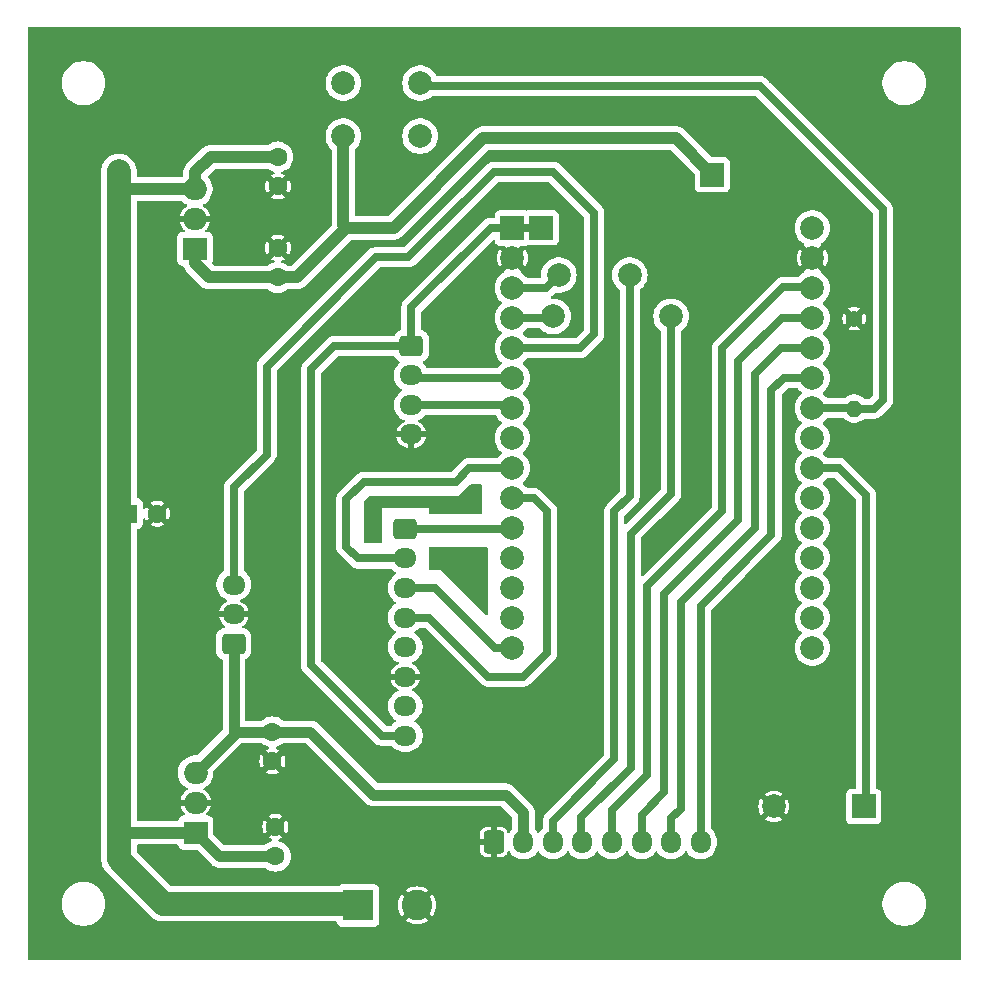
<source format=gbr>
%TF.GenerationSoftware,KiCad,Pcbnew,8.0.2*%
%TF.CreationDate,2024-08-26T14:36:41-03:00*%
%TF.ProjectId,fechadura_eletronica,66656368-6164-4757-9261-5f656c657472,rev?*%
%TF.SameCoordinates,Original*%
%TF.FileFunction,Copper,L2,Bot*%
%TF.FilePolarity,Positive*%
%FSLAX46Y46*%
G04 Gerber Fmt 4.6, Leading zero omitted, Abs format (unit mm)*
G04 Created by KiCad (PCBNEW 8.0.2) date 2024-08-26 14:36:41*
%MOMM*%
%LPD*%
G01*
G04 APERTURE LIST*
G04 Aperture macros list*
%AMRoundRect*
0 Rectangle with rounded corners*
0 $1 Rounding radius*
0 $2 $3 $4 $5 $6 $7 $8 $9 X,Y pos of 4 corners*
0 Add a 4 corners polygon primitive as box body*
4,1,4,$2,$3,$4,$5,$6,$7,$8,$9,$2,$3,0*
0 Add four circle primitives for the rounded corners*
1,1,$1+$1,$2,$3*
1,1,$1+$1,$4,$5*
1,1,$1+$1,$6,$7*
1,1,$1+$1,$8,$9*
0 Add four rect primitives between the rounded corners*
20,1,$1+$1,$2,$3,$4,$5,0*
20,1,$1+$1,$4,$5,$6,$7,0*
20,1,$1+$1,$6,$7,$8,$9,0*
20,1,$1+$1,$8,$9,$2,$3,0*%
G04 Aperture macros list end*
%TA.AperFunction,ComponentPad*%
%ADD10C,2.600000*%
%TD*%
%TA.AperFunction,ComponentPad*%
%ADD11R,2.600000X2.600000*%
%TD*%
%TA.AperFunction,ComponentPad*%
%ADD12C,1.600000*%
%TD*%
%TA.AperFunction,ComponentPad*%
%ADD13C,2.000000*%
%TD*%
%TA.AperFunction,ComponentPad*%
%ADD14RoundRect,0.250000X-0.725000X0.600000X-0.725000X-0.600000X0.725000X-0.600000X0.725000X0.600000X0*%
%TD*%
%TA.AperFunction,ComponentPad*%
%ADD15O,1.950000X1.700000*%
%TD*%
%TA.AperFunction,ComponentPad*%
%ADD16RoundRect,0.250000X-0.600000X-0.725000X0.600000X-0.725000X0.600000X0.725000X-0.600000X0.725000X0*%
%TD*%
%TA.AperFunction,ComponentPad*%
%ADD17O,1.700000X1.950000*%
%TD*%
%TA.AperFunction,ComponentPad*%
%ADD18R,2.000000X2.000000*%
%TD*%
%TA.AperFunction,ComponentPad*%
%ADD19RoundRect,0.250000X0.725000X-0.600000X0.725000X0.600000X-0.725000X0.600000X-0.725000X-0.600000X0*%
%TD*%
%TA.AperFunction,ComponentPad*%
%ADD20C,1.400000*%
%TD*%
%TA.AperFunction,ComponentPad*%
%ADD21O,1.400000X1.400000*%
%TD*%
%TA.AperFunction,ComponentPad*%
%ADD22R,2.000000X1.905000*%
%TD*%
%TA.AperFunction,ComponentPad*%
%ADD23O,2.000000X1.905000*%
%TD*%
%TA.AperFunction,ComponentPad*%
%ADD24R,1.600000X1.600000*%
%TD*%
%TA.AperFunction,Conductor*%
%ADD25C,0.700000*%
%TD*%
%TA.AperFunction,Conductor*%
%ADD26C,1.000000*%
%TD*%
%TA.AperFunction,Conductor*%
%ADD27C,0.900000*%
%TD*%
%TA.AperFunction,Conductor*%
%ADD28C,2.000000*%
%TD*%
G04 APERTURE END LIST*
D10*
%TO.P,J5,2,Pin_2*%
%TO.N,GND*%
X134500000Y-134155000D03*
D11*
%TO.P,J5,1,Pin_1*%
%TO.N,+12V*%
X129500000Y-134155000D03*
%TD*%
D12*
%TO.P,C5,1*%
%TO.N,GND*%
X122695000Y-73285000D03*
%TO.P,C5,2*%
%TO.N,+12V*%
X122695000Y-70785000D03*
%TD*%
%TO.P,C4,1*%
%TO.N,+3.3V*%
X122695000Y-80985000D03*
%TO.P,C4,2*%
%TO.N,GND*%
X122695000Y-78485000D03*
%TD*%
D13*
%TO.P,SW1,1,1*%
%TO.N,+3.3V*%
X134750000Y-69035000D03*
X128250000Y-69035000D03*
%TO.P,SW1,2,2*%
%TO.N,Net-(U2-D26)*%
X134750000Y-64535000D03*
X128250000Y-64535000D03*
%TD*%
D14*
%TO.P,J2,1,SDA*%
%TO.N,Net-(J2-SDA)*%
X133500000Y-102285000D03*
D15*
%TO.P,J2,2,SCK*%
%TO.N,Net-(J2-SCK)*%
X133500000Y-104785000D03*
%TO.P,J2,3,MOSI*%
%TO.N,Net-(J2-MOSI)*%
X133500000Y-107285000D03*
%TO.P,J2,4,MISO*%
%TO.N,Net-(J2-MISO)*%
X133500000Y-109785000D03*
%TO.P,J2,5,IRQ*%
%TO.N,unconnected-(J2-IRQ-Pad5)*%
X133500000Y-112285000D03*
%TO.P,J2,6,GND*%
%TO.N,GND*%
X133500000Y-114785000D03*
%TO.P,J2,7,RST*%
%TO.N,unconnected-(J2-RST-Pad7)*%
X133500000Y-117285000D03*
%TO.P,J2,8,3.3V*%
%TO.N,+3.3V*%
X133500000Y-119785000D03*
%TD*%
D16*
%TO.P,J3,1,VSS(GND)*%
%TO.N,GND*%
X141000000Y-128785000D03*
D17*
%TO.P,J3,2,VDD(5V)*%
%TO.N,+5V*%
X143500000Y-128785000D03*
%TO.P,J3,3,RS*%
%TO.N,Net-(J3-RS)*%
X146000000Y-128785000D03*
%TO.P,J3,4,E*%
%TO.N,Net-(J3-E)*%
X148500000Y-128785000D03*
%TO.P,J3,5,D4*%
%TO.N,Net-(J3-D4)*%
X151000000Y-128785000D03*
%TO.P,J3,6,D5*%
%TO.N,Net-(J3-D5)*%
X153500000Y-128785000D03*
%TO.P,J3,7,D6*%
%TO.N,Net-(J3-D6)*%
X156000000Y-128785000D03*
%TO.P,J3,8,D7*%
%TO.N,Net-(J3-D7)*%
X158500000Y-128785000D03*
%TD*%
D18*
%TO.P,,1,3V3*%
%TO.N,+3.3V*%
X145000000Y-76785000D03*
%TD*%
D13*
%TO.P,,3,D15*%
%TO.N,Net-(J3-RS)*%
X152500000Y-80785000D03*
%TD*%
D19*
%TO.P,J1,1,5V*%
%TO.N,+5V*%
X118975000Y-112000000D03*
D15*
%TO.P,J1,2,GND*%
%TO.N,GND*%
X118975000Y-109500000D03*
%TO.P,J1,3,IN*%
%TO.N,Net-(J1-IN)*%
X118975000Y-107000000D03*
%TD*%
D20*
%TO.P,R1,1*%
%TO.N,GND*%
X171500000Y-84475000D03*
D21*
%TO.P,R1,2*%
%TO.N,Net-(U2-D26)*%
X171500000Y-92095000D03*
%TD*%
D22*
%TO.P,U1,1,VI*%
%TO.N,+12V*%
X115750000Y-128000000D03*
D23*
%TO.P,U1,2,GND*%
%TO.N,GND*%
X115750000Y-125460000D03*
%TO.P,U1,3,VO*%
%TO.N,+5V*%
X115750000Y-122920000D03*
%TD*%
D13*
%TO.P,,3,D15*%
%TO.N,Net-(J3-RS)*%
X146500000Y-80785000D03*
%TD*%
D12*
%TO.P,C3,1*%
%TO.N,+5V*%
X122250000Y-119460000D03*
%TO.P,C3,2*%
%TO.N,GND*%
X122250000Y-121960000D03*
%TD*%
D22*
%TO.P,U3,1,VI*%
%TO.N,+3.3V*%
X115695000Y-78575000D03*
D23*
%TO.P,U3,2,GND*%
%TO.N,GND*%
X115695000Y-76035000D03*
%TO.P,U3,3,VO*%
%TO.N,+12V*%
X115695000Y-73495000D03*
%TD*%
D18*
%TO.P,,1,3V3*%
%TO.N,+3.3V*%
X159500000Y-72285000D03*
%TD*%
D14*
%TO.P,J4,1,3.3V*%
%TO.N,+3.3V*%
X134000000Y-86785000D03*
D15*
%TO.P,J4,2,TX*%
%TO.N,Net-(J4-TX)*%
X134000000Y-89285000D03*
%TO.P,J4,3,RX*%
%TO.N,Net-(J4-RX)*%
X134000000Y-91785000D03*
%TO.P,J4,4,GND*%
%TO.N,GND*%
X134000000Y-94285000D03*
%TD*%
D18*
%TO.P,U2,1,3V3*%
%TO.N,+3.3V*%
X142570000Y-76795000D03*
D13*
%TO.P,U2,2,GND*%
%TO.N,GND*%
X142570000Y-79335000D03*
%TO.P,U2,3,D15*%
%TO.N,Net-(J3-RS)*%
X142570000Y-81875000D03*
%TO.P,U2,4,D2*%
%TO.N,Net-(J3-E)*%
X142570000Y-84415000D03*
%TO.P,U2,5,D4*%
%TO.N,Net-(J1-IN)*%
X142570000Y-86955000D03*
%TO.P,U2,6,RX2*%
%TO.N,Net-(J4-TX)*%
X142570000Y-89495000D03*
%TO.P,U2,7,TX2*%
%TO.N,Net-(J4-RX)*%
X142570000Y-92035000D03*
%TO.P,U2,8,D5*%
%TO.N,N/C*%
X142570000Y-94575000D03*
%TO.P,U2,9,D18*%
%TO.N,Net-(J2-SCK)*%
X142570000Y-97115000D03*
%TO.P,U2,10,D19*%
%TO.N,Net-(J2-MISO)*%
X142570000Y-99655000D03*
%TO.P,U2,11,D21*%
%TO.N,Net-(J2-SDA)*%
X142570000Y-102195000D03*
%TO.P,U2,12,RX0*%
%TO.N,N/C*%
X142570000Y-104735000D03*
%TO.P,U2,13,TX0*%
X142570000Y-107275000D03*
%TO.P,U2,14,D22*%
X142570000Y-109815000D03*
%TO.P,U2,15,D23*%
%TO.N,Net-(J2-MOSI)*%
X142570000Y-112355000D03*
%TO.P,U2,16,EN*%
%TO.N,N/C*%
X167970000Y-112355000D03*
%TO.P,U2,17,VP*%
X167970000Y-109815000D03*
%TO.P,U2,18,VN*%
X167970000Y-107275000D03*
%TO.P,U2,19,D34*%
X167970000Y-104735000D03*
%TO.P,U2,20,D35*%
X167970000Y-102195000D03*
%TO.P,U2,21,D32*%
X167970000Y-99655000D03*
%TO.P,U2,22,D33*%
%TO.N,Net-(BZ1-+)*%
X167970000Y-97115000D03*
%TO.P,U2,23,D25*%
%TO.N,N/C*%
X167970000Y-94575000D03*
%TO.P,U2,24,D26*%
%TO.N,Net-(U2-D26)*%
X167970000Y-92035000D03*
%TO.P,U2,25,D27*%
%TO.N,Net-(J3-D7)*%
X167970000Y-89495000D03*
%TO.P,U2,26,D14*%
%TO.N,Net-(J3-D6)*%
X167970000Y-86955000D03*
%TO.P,U2,27,D12*%
%TO.N,Net-(J3-D5)*%
X167970000Y-84415000D03*
%TO.P,U2,28,D13*%
%TO.N,Net-(J3-D4)*%
X167970000Y-81875000D03*
%TO.P,U2,29,GND*%
%TO.N,GND*%
X167970000Y-79335000D03*
%TO.P,U2,30,VIN*%
%TO.N,+5V*%
X167970000Y-76795000D03*
%TD*%
%TO.P,,4,D2*%
%TO.N,Net-(J3-E)*%
X146000000Y-84285000D03*
%TD*%
%TO.P,,4,D2*%
%TO.N,Net-(J3-E)*%
X156000000Y-84285000D03*
%TD*%
D12*
%TO.P,C1,2*%
%TO.N,GND*%
X112500000Y-101000000D03*
D24*
%TO.P,C1,1*%
%TO.N,+12V*%
X110000000Y-101000000D03*
%TD*%
D12*
%TO.P,C2,1*%
%TO.N,GND*%
X122500000Y-127500000D03*
%TO.P,C2,2*%
%TO.N,+12V*%
X122500000Y-130000000D03*
%TD*%
D18*
%TO.P,BZ1,1,+*%
%TO.N,Net-(BZ1-+)*%
X172300000Y-125785000D03*
D13*
%TO.P,BZ1,2,-*%
%TO.N,GND*%
X164700000Y-125785000D03*
%TD*%
D25*
%TO.N,Net-(J3-RS)*%
X152500000Y-99500000D02*
X152500000Y-80785000D01*
X151200000Y-121800000D02*
X151200000Y-100800000D01*
X146000000Y-127000000D02*
X151200000Y-121800000D01*
X151200000Y-100800000D02*
X152500000Y-99500000D01*
X146000000Y-128785000D02*
X146000000Y-127000000D01*
%TO.N,Net-(J2-SCK)*%
X128500000Y-103785000D02*
X128500000Y-99785000D01*
X128500000Y-99785000D02*
X130000000Y-98285000D01*
X129500000Y-104785000D02*
X128500000Y-103785000D01*
X133500000Y-104785000D02*
X129500000Y-104785000D01*
%TO.N,Net-(U2-D26)*%
X163500000Y-64785000D02*
X135000000Y-64785000D01*
X135000000Y-64785000D02*
X134750000Y-64535000D01*
X173950000Y-75235000D02*
X163500000Y-64785000D01*
X173950000Y-91335000D02*
X173950000Y-75235000D01*
X173190000Y-92095000D02*
X173950000Y-91335000D01*
%TO.N,Net-(J3-D6)*%
X156000000Y-126800000D02*
X156000000Y-128785000D01*
X163100000Y-102200000D02*
X156800000Y-108500000D01*
X156800000Y-108500000D02*
X156800000Y-126000000D01*
X163100000Y-89185000D02*
X163100000Y-102200000D01*
X156800000Y-126000000D02*
X156000000Y-126800000D01*
X165330000Y-86955000D02*
X163100000Y-89185000D01*
X167970000Y-86955000D02*
X165330000Y-86955000D01*
%TO.N,Net-(J3-D5)*%
X165370000Y-84415000D02*
X167970000Y-84415000D01*
X161700000Y-88085000D02*
X165370000Y-84415000D01*
X155400000Y-107800000D02*
X161700000Y-101500000D01*
X155400000Y-124600000D02*
X155400000Y-107800000D01*
X161700000Y-101500000D02*
X161700000Y-88085000D01*
X153500000Y-126500000D02*
X155400000Y-124600000D01*
X153500000Y-128785000D02*
X153500000Y-126500000D01*
%TO.N,Net-(J3-D4)*%
X154000000Y-123092500D02*
X151000000Y-126092500D01*
X160300000Y-100800000D02*
X154000000Y-107100000D01*
X154000000Y-107100000D02*
X154000000Y-123092500D01*
X151000000Y-126092500D02*
X151000000Y-128785000D01*
X165500000Y-81785000D02*
X160300000Y-86985000D01*
X167880000Y-81785000D02*
X165500000Y-81785000D01*
X160300000Y-86985000D02*
X160300000Y-100800000D01*
X167970000Y-81875000D02*
X167880000Y-81785000D01*
%TO.N,Net-(J3-E)*%
X152600000Y-122500000D02*
X148400000Y-126700000D01*
X148400000Y-126700000D02*
X148400000Y-128685000D01*
X152600000Y-121642500D02*
X152600000Y-122500000D01*
X148400000Y-128685000D02*
X148500000Y-128785000D01*
X152600000Y-102685000D02*
X152600000Y-121642500D01*
X156000000Y-99285000D02*
X152600000Y-102685000D01*
X156000000Y-84285000D02*
X156000000Y-99285000D01*
D26*
%TO.N,+12V*%
X115750000Y-128000000D02*
X109265000Y-128000000D01*
D27*
%TO.N,+5V*%
X143500000Y-126285000D02*
X143500000Y-128285000D01*
X142000000Y-124785000D02*
X143500000Y-126285000D01*
X130785000Y-124785000D02*
X142000000Y-124785000D01*
X125460000Y-119460000D02*
X130785000Y-124785000D01*
X122250000Y-119460000D02*
X125460000Y-119460000D01*
X118975000Y-119455000D02*
X118975000Y-112500000D01*
X118980000Y-119460000D02*
X118975000Y-119455000D01*
D28*
%TO.N,+12V*%
X113000000Y-134000000D02*
X129000000Y-134000000D01*
X109250000Y-130250000D02*
X113000000Y-134000000D01*
X109250000Y-72000000D02*
X109250000Y-130250000D01*
D25*
%TO.N,Net-(J1-IN)*%
X118975000Y-98760000D02*
X118975000Y-107000000D01*
X121750000Y-88535000D02*
X121750000Y-95985000D01*
X121750000Y-95985000D02*
X118975000Y-98760000D01*
X133750000Y-79285000D02*
X131000000Y-79285000D01*
X141000000Y-72035000D02*
X133750000Y-79285000D01*
X146000000Y-72035000D02*
X141000000Y-72035000D01*
X149500000Y-85785000D02*
X149500000Y-75535000D01*
X149500000Y-75535000D02*
X146000000Y-72035000D01*
X131000000Y-79285000D02*
X121750000Y-88535000D01*
X148330000Y-86955000D02*
X149500000Y-85785000D01*
X142570000Y-86955000D02*
X148330000Y-86955000D01*
D27*
%TO.N,+5V*%
X119210000Y-119460000D02*
X118980000Y-119460000D01*
D26*
%TO.N,+3.3V*%
X124300000Y-80985000D02*
X128500000Y-76785000D01*
X122695000Y-80985000D02*
X124300000Y-80985000D01*
D25*
X127500000Y-86785000D02*
X134000000Y-86785000D01*
X125500000Y-113785000D02*
X125500000Y-88785000D01*
X131500000Y-119785000D02*
X125500000Y-113785000D01*
X125500000Y-88785000D02*
X127500000Y-86785000D01*
X133500000Y-119785000D02*
X131500000Y-119785000D01*
X134000000Y-83535000D02*
X140740000Y-76795000D01*
D26*
X115695000Y-78575000D02*
X115695000Y-79795000D01*
X128500000Y-76785000D02*
X132500000Y-76785000D01*
D25*
X144990000Y-76795000D02*
X145000000Y-76785000D01*
D26*
X116885000Y-80985000D02*
X122695000Y-80985000D01*
D25*
X134000000Y-86785000D02*
X134000000Y-83535000D01*
%TO.N,Net-(J4-TX)*%
X134210000Y-89495000D02*
X142570000Y-89495000D01*
D26*
%TO.N,+12V*%
X115695000Y-73495000D02*
X115695000Y-72095000D01*
X115695000Y-72095000D02*
X117005000Y-70785000D01*
D25*
%TO.N,Net-(U2-D26)*%
X171560000Y-92035000D02*
X171500000Y-92095000D01*
D27*
%TO.N,+5V*%
X115750000Y-122920000D02*
X119210000Y-119460000D01*
D26*
%TO.N,+12V*%
X117005000Y-70785000D02*
X122695000Y-70785000D01*
D27*
%TO.N,+5V*%
X122250000Y-119460000D02*
X119210000Y-119460000D01*
D25*
%TO.N,+3.3V*%
X140740000Y-76795000D02*
X142570000Y-76795000D01*
%TO.N,Net-(J3-RS)*%
X142570000Y-81875000D02*
X145410000Y-81875000D01*
D26*
%TO.N,+3.3V*%
X128500000Y-76785000D02*
X128250000Y-76535000D01*
D25*
%TO.N,Net-(J4-TX)*%
X134000000Y-89285000D02*
X134210000Y-89495000D01*
D27*
%TO.N,+12V*%
X115750000Y-128000000D02*
X117750000Y-130000000D01*
D26*
X115695000Y-73495000D02*
X109235000Y-73495000D01*
%TO.N,+3.3V*%
X140100000Y-69185000D02*
X156400000Y-69185000D01*
X132500000Y-76785000D02*
X140100000Y-69185000D01*
D27*
%TO.N,+12V*%
X117750000Y-130000000D02*
X122500000Y-130000000D01*
D26*
%TO.N,+3.3V*%
X128250000Y-76535000D02*
X128250000Y-69035000D01*
X115695000Y-79795000D02*
X116885000Y-80985000D01*
D25*
X142570000Y-76795000D02*
X144990000Y-76795000D01*
D26*
X156400000Y-69185000D02*
X159500000Y-72285000D01*
D25*
%TO.N,Net-(J4-RX)*%
X134000000Y-91785000D02*
X142320000Y-91785000D01*
D27*
%TO.N,+5V*%
X122250000Y-119335000D02*
X122250000Y-119460000D01*
D25*
%TO.N,Net-(U2-D26)*%
X171440000Y-92035000D02*
X171500000Y-92095000D01*
X167970000Y-92035000D02*
X171440000Y-92035000D01*
%TO.N,Net-(J2-MISO)*%
X144370000Y-99655000D02*
X142570000Y-99655000D01*
X140500000Y-114785000D02*
X143500000Y-114785000D01*
X145500000Y-100785000D02*
X144370000Y-99655000D01*
%TO.N,Net-(J2-SCK)*%
X137750000Y-98285000D02*
X138920000Y-97115000D01*
%TO.N,Net-(J2-MOSI)*%
X133750000Y-107285000D02*
X136000000Y-107285000D01*
%TO.N,Net-(J2-MISO)*%
X135500000Y-109785000D02*
X140500000Y-114785000D01*
%TO.N,Net-(J3-E)*%
X145870000Y-84415000D02*
X146000000Y-84285000D01*
X142570000Y-84415000D02*
X145870000Y-84415000D01*
%TO.N,Net-(J2-MOSI)*%
X136000000Y-107285000D02*
X141070000Y-112355000D01*
%TO.N,Net-(J2-SCK)*%
X138920000Y-97115000D02*
X142570000Y-97115000D01*
%TO.N,Net-(J2-MISO)*%
X143500000Y-114785000D02*
X145500000Y-112785000D01*
X133500000Y-109785000D02*
X135500000Y-109785000D01*
X133250000Y-109785000D02*
X133500000Y-109785000D01*
%TO.N,Net-(J2-MOSI)*%
X141070000Y-112355000D02*
X142570000Y-112355000D01*
%TO.N,Net-(J3-RS)*%
X145410000Y-81875000D02*
X146500000Y-80785000D01*
%TO.N,Net-(J2-SCK)*%
X130000000Y-98285000D02*
X137750000Y-98285000D01*
%TO.N,Net-(J2-MISO)*%
X145500000Y-112785000D02*
X145500000Y-100785000D01*
%TO.N,Net-(J2-SDA)*%
X133500000Y-102285000D02*
X142480000Y-102285000D01*
X142480000Y-102285000D02*
X142570000Y-102195000D01*
%TO.N,Net-(BZ1-+)*%
X172300000Y-125785000D02*
X172500000Y-125585000D01*
X172500000Y-125585000D02*
X172500000Y-99415000D01*
X172500000Y-99415000D02*
X170200000Y-97115000D01*
X170200000Y-97115000D02*
X167970000Y-97115000D01*
%TO.N,Net-(J3-D7)*%
X164500000Y-102785000D02*
X158500000Y-108785000D01*
X164500000Y-90535000D02*
X164500000Y-102785000D01*
X158500000Y-108785000D02*
X158500000Y-128785000D01*
X167970000Y-89495000D02*
X165540000Y-89495000D01*
X165540000Y-89495000D02*
X164500000Y-90535000D01*
%TO.N,Net-(U2-D26)*%
X171500000Y-92095000D02*
X173190000Y-92095000D01*
%TD*%
%TA.AperFunction,Conductor*%
%TO.N,GND*%
G36*
X132554080Y-87654407D02*
G01*
X132587010Y-87699459D01*
X132587752Y-87699114D01*
X132589501Y-87702867D01*
X132589865Y-87703364D01*
X132590187Y-87704336D01*
X132682285Y-87853652D01*
X132682286Y-87853653D01*
X132682288Y-87853656D01*
X132806344Y-87977712D01*
X132955666Y-88069814D01*
X132974655Y-88076106D01*
X133023946Y-88112357D01*
X133042514Y-88170656D01*
X133023269Y-88228736D01*
X133001709Y-88250172D01*
X132995213Y-88254891D01*
X132844891Y-88405213D01*
X132719950Y-88577180D01*
X132719948Y-88577184D01*
X132623443Y-88766587D01*
X132557752Y-88968761D01*
X132524500Y-89178709D01*
X132524500Y-89391290D01*
X132557752Y-89601238D01*
X132623443Y-89803412D01*
X132719948Y-89992815D01*
X132719950Y-89992819D01*
X132844891Y-90164786D01*
X132844893Y-90164788D01*
X132844896Y-90164792D01*
X132995208Y-90315104D01*
X132995211Y-90315106D01*
X132995213Y-90315108D01*
X133167180Y-90440049D01*
X133167184Y-90440051D01*
X133180410Y-90446790D01*
X133223675Y-90490055D01*
X133233246Y-90550487D01*
X133205469Y-90605004D01*
X133180410Y-90623210D01*
X133167184Y-90629948D01*
X133167180Y-90629950D01*
X132995213Y-90754891D01*
X132844891Y-90905213D01*
X132719950Y-91077180D01*
X132719948Y-91077184D01*
X132623443Y-91266587D01*
X132557752Y-91468761D01*
X132524500Y-91678709D01*
X132524500Y-91891290D01*
X132557752Y-92101238D01*
X132623443Y-92303412D01*
X132719948Y-92492815D01*
X132719950Y-92492819D01*
X132844891Y-92664786D01*
X132844893Y-92664788D01*
X132844896Y-92664792D01*
X132995208Y-92815104D01*
X132995211Y-92815106D01*
X132995213Y-92815108D01*
X133167180Y-92940049D01*
X133167184Y-92940051D01*
X133356588Y-93036557D01*
X133395217Y-93049108D01*
X133444717Y-93085071D01*
X133463625Y-93143262D01*
X133444718Y-93201453D01*
X133409570Y-93231472D01*
X133272279Y-93301425D01*
X133272265Y-93301433D01*
X133125830Y-93407824D01*
X132997824Y-93535830D01*
X132891433Y-93682265D01*
X132891431Y-93682269D01*
X132809250Y-93843559D01*
X132753317Y-94015707D01*
X132750261Y-94034999D01*
X132750261Y-94035000D01*
X133595854Y-94035000D01*
X133557370Y-94101657D01*
X133525000Y-94222465D01*
X133525000Y-94347535D01*
X133557370Y-94468343D01*
X133595854Y-94535000D01*
X132750261Y-94535000D01*
X132753317Y-94554292D01*
X132809250Y-94726440D01*
X132891431Y-94887730D01*
X132891433Y-94887734D01*
X132997824Y-95034169D01*
X133125830Y-95162175D01*
X133272265Y-95268566D01*
X133272269Y-95268568D01*
X133433559Y-95350749D01*
X133605710Y-95406683D01*
X133605707Y-95406683D01*
X133750000Y-95429536D01*
X133750000Y-94689145D01*
X133816657Y-94727630D01*
X133937465Y-94760000D01*
X134062535Y-94760000D01*
X134183343Y-94727630D01*
X134250000Y-94689145D01*
X134250000Y-95429535D01*
X134394290Y-95406683D01*
X134566440Y-95350749D01*
X134727730Y-95268568D01*
X134727734Y-95268566D01*
X134874169Y-95162175D01*
X135002175Y-95034169D01*
X135108566Y-94887734D01*
X135108568Y-94887730D01*
X135190749Y-94726440D01*
X135246682Y-94554292D01*
X135249739Y-94535000D01*
X134404146Y-94535000D01*
X134442630Y-94468343D01*
X134475000Y-94347535D01*
X134475000Y-94222465D01*
X134442630Y-94101657D01*
X134404146Y-94035000D01*
X135249739Y-94035000D01*
X135249738Y-94034999D01*
X135246682Y-94015707D01*
X135190749Y-93843559D01*
X135108568Y-93682269D01*
X135108566Y-93682265D01*
X135002175Y-93535830D01*
X134874169Y-93407824D01*
X134727734Y-93301433D01*
X134727730Y-93301431D01*
X134590429Y-93231473D01*
X134547164Y-93188208D01*
X134537593Y-93127776D01*
X134565370Y-93073259D01*
X134604781Y-93049108D01*
X134643412Y-93036557D01*
X134832816Y-92940051D01*
X135004792Y-92815104D01*
X135155104Y-92664792D01*
X135155106Y-92664788D01*
X135155399Y-92664496D01*
X135209916Y-92636719D01*
X135225403Y-92635500D01*
X141130218Y-92635500D01*
X141188409Y-92654407D01*
X141220878Y-92694730D01*
X141245827Y-92751607D01*
X141381836Y-92959785D01*
X141550256Y-93142738D01*
X141590739Y-93174247D01*
X141658355Y-93226875D01*
X141692663Y-93277537D01*
X141690640Y-93338689D01*
X141658355Y-93383125D01*
X141550259Y-93467259D01*
X141550256Y-93467261D01*
X141550256Y-93467262D01*
X141381836Y-93650215D01*
X141245827Y-93858393D01*
X141168361Y-94034999D01*
X141145937Y-94086120D01*
X141084891Y-94327180D01*
X141064357Y-94575000D01*
X141084891Y-94822819D01*
X141084892Y-94822821D01*
X141145937Y-95063881D01*
X141245827Y-95291607D01*
X141381836Y-95499785D01*
X141550256Y-95682738D01*
X141550259Y-95682740D01*
X141658355Y-95766875D01*
X141692663Y-95817537D01*
X141690640Y-95878689D01*
X141658355Y-95923125D01*
X141550259Y-96007259D01*
X141550256Y-96007261D01*
X141550256Y-96007262D01*
X141381836Y-96190215D01*
X141362605Y-96219649D01*
X141314951Y-96258022D01*
X141279727Y-96264500D01*
X138836230Y-96264500D01*
X138671918Y-96297184D01*
X138671916Y-96297184D01*
X138626583Y-96315962D01*
X138517141Y-96361293D01*
X138517130Y-96361299D01*
X138377838Y-96454373D01*
X138377834Y-96454376D01*
X137426707Y-97405504D01*
X137372190Y-97433281D01*
X137356703Y-97434500D01*
X129916230Y-97434500D01*
X129751920Y-97467183D01*
X129751914Y-97467185D01*
X129597137Y-97531296D01*
X129457838Y-97624374D01*
X129457834Y-97624377D01*
X127839376Y-99242834D01*
X127839373Y-99242838D01*
X127746294Y-99382138D01*
X127746294Y-99382139D01*
X127712049Y-99464817D01*
X127682184Y-99536916D01*
X127682184Y-99536918D01*
X127649500Y-99701230D01*
X127649500Y-103868771D01*
X127664130Y-103942319D01*
X127682184Y-104033082D01*
X127746293Y-104187858D01*
X127746299Y-104187869D01*
X127785222Y-104246120D01*
X127839373Y-104327162D01*
X128957838Y-105445627D01*
X129097138Y-105538704D01*
X129097143Y-105538706D01*
X129187804Y-105576258D01*
X129187805Y-105576259D01*
X129222870Y-105590783D01*
X129251918Y-105602816D01*
X129416233Y-105635500D01*
X129416234Y-105635500D01*
X129583767Y-105635500D01*
X132274597Y-105635500D01*
X132332788Y-105654407D01*
X132344601Y-105664496D01*
X132344893Y-105664788D01*
X132344896Y-105664792D01*
X132495208Y-105815104D01*
X132495211Y-105815106D01*
X132495213Y-105815108D01*
X132667180Y-105940049D01*
X132667184Y-105940051D01*
X132680410Y-105946790D01*
X132723675Y-105990055D01*
X132733246Y-106050487D01*
X132705469Y-106105004D01*
X132680410Y-106123210D01*
X132667184Y-106129948D01*
X132667180Y-106129950D01*
X132495213Y-106254891D01*
X132344891Y-106405213D01*
X132219950Y-106577180D01*
X132219948Y-106577184D01*
X132123443Y-106766587D01*
X132057752Y-106968761D01*
X132024500Y-107178709D01*
X132024500Y-107391290D01*
X132057752Y-107601238D01*
X132123443Y-107803412D01*
X132219948Y-107992815D01*
X132219950Y-107992819D01*
X132344891Y-108164786D01*
X132344893Y-108164788D01*
X132344896Y-108164792D01*
X132495208Y-108315104D01*
X132495211Y-108315106D01*
X132495213Y-108315108D01*
X132667180Y-108440049D01*
X132667184Y-108440051D01*
X132680410Y-108446790D01*
X132723675Y-108490055D01*
X132733246Y-108550487D01*
X132705469Y-108605004D01*
X132680410Y-108623210D01*
X132667184Y-108629948D01*
X132667180Y-108629950D01*
X132495213Y-108754891D01*
X132344891Y-108905213D01*
X132219950Y-109077180D01*
X132219948Y-109077184D01*
X132123443Y-109266587D01*
X132057752Y-109468761D01*
X132024500Y-109678709D01*
X132024500Y-109891290D01*
X132057752Y-110101238D01*
X132123443Y-110303412D01*
X132219948Y-110492815D01*
X132219950Y-110492819D01*
X132344891Y-110664786D01*
X132344893Y-110664788D01*
X132344896Y-110664792D01*
X132495208Y-110815104D01*
X132495211Y-110815106D01*
X132495213Y-110815108D01*
X132667180Y-110940049D01*
X132667184Y-110940051D01*
X132680410Y-110946790D01*
X132723675Y-110990055D01*
X132733246Y-111050487D01*
X132705469Y-111105004D01*
X132680410Y-111123210D01*
X132667184Y-111129948D01*
X132667180Y-111129950D01*
X132495213Y-111254891D01*
X132344891Y-111405213D01*
X132219950Y-111577180D01*
X132219948Y-111577184D01*
X132123443Y-111766587D01*
X132057752Y-111968761D01*
X132024500Y-112178709D01*
X132024500Y-112391290D01*
X132057752Y-112601238D01*
X132123443Y-112803412D01*
X132219948Y-112992815D01*
X132219950Y-112992819D01*
X132344891Y-113164786D01*
X132344893Y-113164788D01*
X132344896Y-113164792D01*
X132495208Y-113315104D01*
X132495211Y-113315106D01*
X132495213Y-113315108D01*
X132667180Y-113440049D01*
X132667184Y-113440051D01*
X132856588Y-113536557D01*
X132895217Y-113549108D01*
X132944717Y-113585071D01*
X132963625Y-113643262D01*
X132944718Y-113701453D01*
X132909570Y-113731472D01*
X132772279Y-113801425D01*
X132772265Y-113801433D01*
X132625830Y-113907824D01*
X132497824Y-114035830D01*
X132391433Y-114182265D01*
X132391431Y-114182269D01*
X132309250Y-114343559D01*
X132253317Y-114515707D01*
X132250261Y-114534999D01*
X132250261Y-114535000D01*
X133095854Y-114535000D01*
X133057370Y-114601657D01*
X133025000Y-114722465D01*
X133025000Y-114847535D01*
X133057370Y-114968343D01*
X133095854Y-115035000D01*
X132250261Y-115035000D01*
X132253317Y-115054292D01*
X132309250Y-115226440D01*
X132391431Y-115387730D01*
X132391433Y-115387734D01*
X132497824Y-115534169D01*
X132625830Y-115662175D01*
X132772265Y-115768566D01*
X132772269Y-115768568D01*
X132909570Y-115838526D01*
X132952835Y-115881791D01*
X132962406Y-115942223D01*
X132934629Y-115996739D01*
X132895219Y-116020890D01*
X132856591Y-116033441D01*
X132667184Y-116129948D01*
X132667180Y-116129950D01*
X132495213Y-116254891D01*
X132344891Y-116405213D01*
X132219950Y-116577180D01*
X132219948Y-116577184D01*
X132123443Y-116766587D01*
X132057752Y-116968761D01*
X132024500Y-117178709D01*
X132024500Y-117391290D01*
X132057752Y-117601238D01*
X132123443Y-117803412D01*
X132219948Y-117992815D01*
X132219950Y-117992819D01*
X132344891Y-118164786D01*
X132344893Y-118164788D01*
X132344896Y-118164792D01*
X132495208Y-118315104D01*
X132495211Y-118315106D01*
X132495213Y-118315108D01*
X132667180Y-118440049D01*
X132667184Y-118440051D01*
X132680410Y-118446790D01*
X132723675Y-118490055D01*
X132733246Y-118550487D01*
X132705469Y-118605004D01*
X132680410Y-118623210D01*
X132667184Y-118629948D01*
X132667180Y-118629950D01*
X132495213Y-118754891D01*
X132495208Y-118754895D01*
X132495208Y-118754896D01*
X132344896Y-118905208D01*
X132344893Y-118905211D01*
X132344601Y-118905504D01*
X132290084Y-118933281D01*
X132274597Y-118934500D01*
X131893296Y-118934500D01*
X131835105Y-118915593D01*
X131823292Y-118905504D01*
X126379496Y-113461707D01*
X126351719Y-113407190D01*
X126350500Y-113391703D01*
X126350500Y-89178296D01*
X126369407Y-89120105D01*
X126379496Y-89108292D01*
X127823292Y-87664496D01*
X127877809Y-87636719D01*
X127893296Y-87635500D01*
X132495889Y-87635500D01*
X132554080Y-87654407D01*
G37*
%TD.AperFunction*%
%TA.AperFunction,Conductor*%
G36*
X141021184Y-77813346D02*
G01*
X141064449Y-77856611D01*
X141074672Y-77890975D01*
X141075908Y-77902480D01*
X141075909Y-77902485D01*
X141126202Y-78037329D01*
X141204964Y-78142541D01*
X141212454Y-78152546D01*
X141212457Y-78152548D01*
X141212458Y-78152549D01*
X141327670Y-78238797D01*
X141462511Y-78289089D01*
X141462512Y-78289089D01*
X141462517Y-78289091D01*
X141522127Y-78295500D01*
X141843046Y-78295499D01*
X141901234Y-78314406D01*
X141913048Y-78324495D01*
X142432424Y-78843871D01*
X142373147Y-78859755D01*
X142256853Y-78926898D01*
X142161898Y-79021853D01*
X142094755Y-79138147D01*
X142078871Y-79197425D01*
X141490973Y-78609527D01*
X141439865Y-78682518D01*
X141343733Y-78888676D01*
X141284857Y-79108402D01*
X141265034Y-79334996D01*
X141265034Y-79335003D01*
X141284857Y-79561597D01*
X141343733Y-79781323D01*
X141439866Y-79987483D01*
X141439866Y-79987484D01*
X141490973Y-80060471D01*
X142078871Y-79472572D01*
X142094755Y-79531853D01*
X142161898Y-79648147D01*
X142256853Y-79743102D01*
X142373147Y-79810245D01*
X142432423Y-79826127D01*
X141844526Y-80414024D01*
X141845300Y-80422871D01*
X141868873Y-80454153D01*
X141869941Y-80515329D01*
X141834847Y-80565450D01*
X141822387Y-80573452D01*
X141746495Y-80614523D01*
X141746487Y-80614528D01*
X141550259Y-80767259D01*
X141381835Y-80950216D01*
X141245826Y-81158395D01*
X141145937Y-81386120D01*
X141084891Y-81627180D01*
X141064357Y-81875000D01*
X141084891Y-82122819D01*
X141084892Y-82122821D01*
X141145937Y-82363881D01*
X141245827Y-82591607D01*
X141381836Y-82799785D01*
X141550256Y-82982738D01*
X141603945Y-83024526D01*
X141658355Y-83066875D01*
X141692663Y-83117537D01*
X141690640Y-83178689D01*
X141658355Y-83223125D01*
X141550259Y-83307259D01*
X141550256Y-83307261D01*
X141550256Y-83307262D01*
X141442931Y-83423848D01*
X141381835Y-83490216D01*
X141316023Y-83590950D01*
X141245827Y-83698393D01*
X141170508Y-83870104D01*
X141145937Y-83926120D01*
X141084891Y-84167180D01*
X141064357Y-84415000D01*
X141084891Y-84662819D01*
X141108253Y-84755070D01*
X141145937Y-84903881D01*
X141245827Y-85131607D01*
X141381836Y-85339785D01*
X141550256Y-85522738D01*
X141579466Y-85545473D01*
X141658355Y-85606875D01*
X141692663Y-85657537D01*
X141690640Y-85718689D01*
X141658355Y-85763125D01*
X141550259Y-85847259D01*
X141550256Y-85847261D01*
X141550256Y-85847262D01*
X141469948Y-85934500D01*
X141381835Y-86030216D01*
X141245826Y-86238395D01*
X141145937Y-86466120D01*
X141084891Y-86707180D01*
X141064357Y-86955000D01*
X141084891Y-87202819D01*
X141084892Y-87202821D01*
X141145937Y-87443881D01*
X141245827Y-87671607D01*
X141381836Y-87879785D01*
X141550256Y-88062738D01*
X141630249Y-88124999D01*
X141658355Y-88146875D01*
X141692663Y-88197537D01*
X141690640Y-88258689D01*
X141658355Y-88303125D01*
X141550259Y-88387259D01*
X141381835Y-88570216D01*
X141377283Y-88577184D01*
X141362605Y-88599649D01*
X141314951Y-88638022D01*
X141279727Y-88644500D01*
X135375018Y-88644500D01*
X135316827Y-88625593D01*
X135286809Y-88590446D01*
X135280054Y-88577189D01*
X135280049Y-88577180D01*
X135155108Y-88405213D01*
X135155106Y-88405211D01*
X135155104Y-88405208D01*
X135004792Y-88254896D01*
X134998293Y-88250174D01*
X134962329Y-88200675D01*
X134962328Y-88139490D01*
X134998291Y-88089989D01*
X135025337Y-88076108D01*
X135044334Y-88069814D01*
X135193656Y-87977712D01*
X135317712Y-87853656D01*
X135409814Y-87704334D01*
X135464999Y-87537797D01*
X135475500Y-87435009D01*
X135475499Y-86134992D01*
X135475499Y-86134983D01*
X135465000Y-86032211D01*
X135464999Y-86032209D01*
X135464999Y-86032203D01*
X135409814Y-85865666D01*
X135346567Y-85763125D01*
X135317714Y-85716347D01*
X135317713Y-85716346D01*
X135317712Y-85716344D01*
X135193656Y-85592288D01*
X135193653Y-85592286D01*
X135193652Y-85592285D01*
X135044337Y-85500187D01*
X134918359Y-85458442D01*
X134869070Y-85422190D01*
X134850500Y-85364467D01*
X134850500Y-83928295D01*
X134869407Y-83870104D01*
X134879490Y-83858297D01*
X140906235Y-77831551D01*
X140960752Y-77803775D01*
X141021184Y-77813346D01*
G37*
%TD.AperFunction*%
%TA.AperFunction,Conductor*%
G36*
X180483680Y-59829407D02*
G01*
X180519644Y-59878907D01*
X180524489Y-59909502D01*
X180523944Y-91158662D01*
X180523166Y-135812549D01*
X180523115Y-138710502D01*
X180504207Y-138768692D01*
X180454706Y-138804655D01*
X180424115Y-138809500D01*
X101624500Y-138809500D01*
X101566309Y-138790593D01*
X101530345Y-138741093D01*
X101525500Y-138710500D01*
X101525500Y-133913710D01*
X104399500Y-133913710D01*
X104399500Y-134156289D01*
X104431161Y-134396781D01*
X104431161Y-134396786D01*
X104493944Y-134631092D01*
X104493948Y-134631105D01*
X104586772Y-134855204D01*
X104586774Y-134855208D01*
X104586776Y-134855212D01*
X104603189Y-134883640D01*
X104708066Y-135065292D01*
X104855729Y-135257731D01*
X104855731Y-135257733D01*
X104855735Y-135257738D01*
X105027262Y-135429265D01*
X105027266Y-135429268D01*
X105027268Y-135429270D01*
X105219707Y-135576933D01*
X105219711Y-135576936D01*
X105429788Y-135698224D01*
X105653900Y-135791054D01*
X105888211Y-135853838D01*
X106128712Y-135885500D01*
X106128713Y-135885500D01*
X106371287Y-135885500D01*
X106371288Y-135885500D01*
X106611789Y-135853838D01*
X106846100Y-135791054D01*
X107070212Y-135698224D01*
X107280289Y-135576936D01*
X107472738Y-135429265D01*
X107644265Y-135257738D01*
X107791936Y-135065289D01*
X107913224Y-134855212D01*
X108006054Y-134631100D01*
X108068838Y-134396789D01*
X108100500Y-134156288D01*
X108100500Y-133913712D01*
X108068838Y-133673211D01*
X108006054Y-133438900D01*
X107913224Y-133214788D01*
X107791936Y-133004711D01*
X107678262Y-132856568D01*
X107644270Y-132812268D01*
X107644268Y-132812266D01*
X107644265Y-132812262D01*
X107472738Y-132640735D01*
X107472733Y-132640731D01*
X107472731Y-132640729D01*
X107280292Y-132493066D01*
X107280289Y-132493064D01*
X107070212Y-132371776D01*
X107070208Y-132371774D01*
X107070204Y-132371772D01*
X106846105Y-132278948D01*
X106846104Y-132278947D01*
X106846100Y-132278946D01*
X106611789Y-132216162D01*
X106611786Y-132216161D01*
X106611784Y-132216161D01*
X106371289Y-132184500D01*
X106371288Y-132184500D01*
X106128712Y-132184500D01*
X106128710Y-132184500D01*
X105888218Y-132216161D01*
X105888213Y-132216161D01*
X105653907Y-132278944D01*
X105653894Y-132278948D01*
X105429795Y-132371772D01*
X105219707Y-132493066D01*
X105027268Y-132640729D01*
X104855729Y-132812268D01*
X104708066Y-133004707D01*
X104708064Y-133004711D01*
X104588594Y-133211640D01*
X104586772Y-133214795D01*
X104493948Y-133438894D01*
X104493944Y-133438907D01*
X104431161Y-133673213D01*
X104431161Y-133673218D01*
X104399500Y-133913710D01*
X101525500Y-133913710D01*
X101525500Y-71881904D01*
X107749500Y-71881904D01*
X107749500Y-130368095D01*
X107786445Y-130601363D01*
X107859432Y-130825992D01*
X107966656Y-131036433D01*
X107966660Y-131036439D01*
X108105478Y-131227504D01*
X108105480Y-131227506D01*
X108105483Y-131227510D01*
X112022490Y-135144517D01*
X112213567Y-135283343D01*
X112424008Y-135390568D01*
X112648632Y-135463553D01*
X112648633Y-135463553D01*
X112648636Y-135463554D01*
X112881905Y-135500500D01*
X112881908Y-135500500D01*
X113118092Y-135500500D01*
X127614054Y-135500500D01*
X127672245Y-135519407D01*
X127706812Y-135564904D01*
X127756202Y-135697329D01*
X127803078Y-135759947D01*
X127842454Y-135812546D01*
X127842457Y-135812548D01*
X127842458Y-135812549D01*
X127957670Y-135898797D01*
X128092511Y-135949089D01*
X128092512Y-135949089D01*
X128092517Y-135949091D01*
X128152127Y-135955500D01*
X130847872Y-135955499D01*
X130907483Y-135949091D01*
X130974907Y-135923943D01*
X131042329Y-135898797D01*
X131042329Y-135898796D01*
X131042331Y-135898796D01*
X131157546Y-135812546D01*
X131243796Y-135697331D01*
X131294091Y-135562483D01*
X131300500Y-135502873D01*
X131300499Y-134155000D01*
X132895052Y-134155000D01*
X132914811Y-134406067D01*
X132973604Y-134650957D01*
X133069979Y-134883628D01*
X133069985Y-134883640D01*
X133201564Y-135098357D01*
X133201567Y-135098361D01*
X133202265Y-135099179D01*
X133898957Y-134402486D01*
X133923978Y-134462890D01*
X133995112Y-134569351D01*
X134085649Y-134659888D01*
X134192110Y-134731022D01*
X134252510Y-134756041D01*
X133555819Y-135452733D01*
X133556629Y-135453425D01*
X133556635Y-135453429D01*
X133771365Y-135585017D01*
X133771371Y-135585020D01*
X134004042Y-135681395D01*
X134004041Y-135681395D01*
X134248932Y-135740188D01*
X134500000Y-135759947D01*
X134751067Y-135740188D01*
X134995957Y-135681395D01*
X135228628Y-135585020D01*
X135228640Y-135585014D01*
X135443363Y-135453432D01*
X135444179Y-135452733D01*
X134747487Y-134756041D01*
X134807890Y-134731022D01*
X134914351Y-134659888D01*
X135004888Y-134569351D01*
X135076022Y-134462890D01*
X135101041Y-134402487D01*
X135797733Y-135099179D01*
X135798432Y-135098363D01*
X135930014Y-134883640D01*
X135930020Y-134883628D01*
X136026395Y-134650957D01*
X136085188Y-134406067D01*
X136104947Y-134155000D01*
X136085958Y-133913710D01*
X173899500Y-133913710D01*
X173899500Y-134156289D01*
X173931161Y-134396781D01*
X173931161Y-134396786D01*
X173993944Y-134631092D01*
X173993948Y-134631105D01*
X174086772Y-134855204D01*
X174086774Y-134855208D01*
X174086776Y-134855212D01*
X174103189Y-134883640D01*
X174208066Y-135065292D01*
X174355729Y-135257731D01*
X174355731Y-135257733D01*
X174355735Y-135257738D01*
X174527262Y-135429265D01*
X174527266Y-135429268D01*
X174527268Y-135429270D01*
X174719707Y-135576933D01*
X174719711Y-135576936D01*
X174929788Y-135698224D01*
X175153900Y-135791054D01*
X175388211Y-135853838D01*
X175628712Y-135885500D01*
X175628713Y-135885500D01*
X175871287Y-135885500D01*
X175871288Y-135885500D01*
X176111789Y-135853838D01*
X176346100Y-135791054D01*
X176570212Y-135698224D01*
X176780289Y-135576936D01*
X176972738Y-135429265D01*
X177144265Y-135257738D01*
X177291936Y-135065289D01*
X177413224Y-134855212D01*
X177506054Y-134631100D01*
X177568838Y-134396789D01*
X177600500Y-134156288D01*
X177600500Y-133913712D01*
X177568838Y-133673211D01*
X177506054Y-133438900D01*
X177413224Y-133214788D01*
X177291936Y-133004711D01*
X177178262Y-132856568D01*
X177144270Y-132812268D01*
X177144268Y-132812266D01*
X177144265Y-132812262D01*
X176972738Y-132640735D01*
X176972733Y-132640731D01*
X176972731Y-132640729D01*
X176780292Y-132493066D01*
X176780289Y-132493064D01*
X176570212Y-132371776D01*
X176570208Y-132371774D01*
X176570204Y-132371772D01*
X176346105Y-132278948D01*
X176346104Y-132278947D01*
X176346100Y-132278946D01*
X176111789Y-132216162D01*
X176111786Y-132216161D01*
X176111784Y-132216161D01*
X175871289Y-132184500D01*
X175871288Y-132184500D01*
X175628712Y-132184500D01*
X175628710Y-132184500D01*
X175388218Y-132216161D01*
X175388213Y-132216161D01*
X175153907Y-132278944D01*
X175153894Y-132278948D01*
X174929795Y-132371772D01*
X174719707Y-132493066D01*
X174527268Y-132640729D01*
X174355729Y-132812268D01*
X174208066Y-133004707D01*
X174208064Y-133004711D01*
X174088594Y-133211640D01*
X174086772Y-133214795D01*
X173993948Y-133438894D01*
X173993944Y-133438907D01*
X173931161Y-133673213D01*
X173931161Y-133673218D01*
X173899500Y-133913710D01*
X136085958Y-133913710D01*
X136085188Y-133903932D01*
X136026395Y-133659042D01*
X135930020Y-133426371D01*
X135930017Y-133426365D01*
X135798429Y-133211635D01*
X135798425Y-133211629D01*
X135797733Y-133210819D01*
X135101041Y-133907510D01*
X135076022Y-133847110D01*
X135004888Y-133740649D01*
X134914351Y-133650112D01*
X134807890Y-133578978D01*
X134747486Y-133553957D01*
X135444179Y-132857265D01*
X135443361Y-132856567D01*
X135443357Y-132856564D01*
X135228640Y-132724985D01*
X135228628Y-132724979D01*
X134995957Y-132628604D01*
X134995958Y-132628604D01*
X134751067Y-132569811D01*
X134500000Y-132550052D01*
X134248932Y-132569811D01*
X134004042Y-132628604D01*
X133771371Y-132724979D01*
X133771359Y-132724985D01*
X133556640Y-132856565D01*
X133556635Y-132856568D01*
X133555818Y-132857265D01*
X134252511Y-133553958D01*
X134192110Y-133578978D01*
X134085649Y-133650112D01*
X133995112Y-133740649D01*
X133923978Y-133847110D01*
X133898958Y-133907511D01*
X133202265Y-133210818D01*
X133201568Y-133211635D01*
X133201565Y-133211640D01*
X133069985Y-133426359D01*
X133069979Y-133426371D01*
X132973604Y-133659042D01*
X132914811Y-133903932D01*
X132895052Y-134155000D01*
X131300499Y-134155000D01*
X131300499Y-132807128D01*
X131294091Y-132747517D01*
X131254262Y-132640729D01*
X131243797Y-132612670D01*
X131157549Y-132497458D01*
X131157548Y-132497457D01*
X131157546Y-132497454D01*
X131157541Y-132497450D01*
X131042329Y-132411202D01*
X130907488Y-132360910D01*
X130907483Y-132360909D01*
X130907481Y-132360908D01*
X130907477Y-132360908D01*
X130876249Y-132357550D01*
X130847873Y-132354500D01*
X130847870Y-132354500D01*
X128152133Y-132354500D01*
X128152129Y-132354500D01*
X128152128Y-132354501D01*
X128144949Y-132355272D01*
X128092519Y-132360908D01*
X128092514Y-132360909D01*
X127957670Y-132411202D01*
X127866099Y-132479753D01*
X127808184Y-132499490D01*
X127806770Y-132499500D01*
X113662535Y-132499500D01*
X113604344Y-132480593D01*
X113592531Y-132470504D01*
X110779496Y-129657469D01*
X110751719Y-129602952D01*
X110750500Y-129587465D01*
X110750500Y-129099500D01*
X110769407Y-129041309D01*
X110818907Y-129005345D01*
X110849500Y-129000500D01*
X114164985Y-129000500D01*
X114223176Y-129019407D01*
X114257743Y-129064903D01*
X114306203Y-129194830D01*
X114354989Y-129260000D01*
X114392454Y-129310046D01*
X114392457Y-129310048D01*
X114392458Y-129310049D01*
X114507670Y-129396297D01*
X114642511Y-129446589D01*
X114642512Y-129446589D01*
X114642517Y-129446591D01*
X114702127Y-129453000D01*
X115817781Y-129452999D01*
X115875972Y-129471906D01*
X115887785Y-129481995D01*
X117011698Y-130605908D01*
X117144092Y-130738302D01*
X117210463Y-130782649D01*
X117299761Y-130842318D01*
X117299767Y-130842320D01*
X117299769Y-130842322D01*
X117472749Y-130913973D01*
X117564566Y-130932236D01*
X117656383Y-130950500D01*
X117656384Y-130950500D01*
X121570307Y-130950500D01*
X121628498Y-130969407D01*
X121640304Y-130979490D01*
X121660861Y-131000047D01*
X121660864Y-131000049D01*
X121660867Y-131000052D01*
X121660869Y-131000053D01*
X121785131Y-131087061D01*
X121847266Y-131130568D01*
X121847272Y-131130571D01*
X121847276Y-131130573D01*
X122053500Y-131226737D01*
X122053504Y-131226739D01*
X122273308Y-131285635D01*
X122273312Y-131285635D01*
X122273315Y-131285636D01*
X122499997Y-131305468D01*
X122500000Y-131305468D01*
X122500003Y-131305468D01*
X122726684Y-131285636D01*
X122726685Y-131285635D01*
X122726692Y-131285635D01*
X122946496Y-131226739D01*
X123152734Y-131130568D01*
X123339139Y-131000047D01*
X123500047Y-130839139D01*
X123630568Y-130652734D01*
X123726739Y-130446496D01*
X123785635Y-130226692D01*
X123801148Y-130049386D01*
X123805468Y-130000003D01*
X123805468Y-129999996D01*
X123785636Y-129773315D01*
X123785635Y-129773312D01*
X123785635Y-129773308D01*
X123726739Y-129553504D01*
X123725922Y-129551752D01*
X123630573Y-129347276D01*
X123630571Y-129347272D01*
X123630568Y-129347266D01*
X123500053Y-129160869D01*
X123500052Y-129160867D01*
X123500049Y-129160864D01*
X123500047Y-129160861D01*
X123339139Y-128999953D01*
X123339135Y-128999950D01*
X123339132Y-128999947D01*
X123339130Y-128999946D01*
X123152737Y-128869434D01*
X123152736Y-128869433D01*
X123152734Y-128869432D01*
X123152731Y-128869430D01*
X123152723Y-128869426D01*
X122946499Y-128773262D01*
X122946500Y-128773262D01*
X122913268Y-128764357D01*
X122832502Y-128742716D01*
X122781189Y-128709393D01*
X122759262Y-128652271D01*
X122775098Y-128593171D01*
X122822364Y-128554775D01*
X122992412Y-128488898D01*
X122992416Y-128488897D01*
X123080686Y-128434241D01*
X122546445Y-127900000D01*
X122552661Y-127900000D01*
X122654394Y-127872741D01*
X122745606Y-127820080D01*
X122820080Y-127745606D01*
X122872741Y-127654394D01*
X122900000Y-127552661D01*
X122900000Y-127546445D01*
X123437466Y-128083911D01*
X123439245Y-128081556D01*
X123439249Y-128081549D01*
X123530112Y-127899070D01*
X123585902Y-127702989D01*
X123604712Y-127500000D01*
X123585902Y-127297010D01*
X123530112Y-127100929D01*
X123439249Y-126918450D01*
X123439244Y-126918441D01*
X123437466Y-126916087D01*
X122900000Y-127453553D01*
X122900000Y-127447339D01*
X122872741Y-127345606D01*
X122820080Y-127254394D01*
X122745606Y-127179920D01*
X122654394Y-127127259D01*
X122552661Y-127100000D01*
X122546443Y-127100000D01*
X123080686Y-126565757D01*
X122992418Y-126511104D01*
X122992413Y-126511101D01*
X122802316Y-126437458D01*
X122601930Y-126400000D01*
X122398070Y-126400000D01*
X122197683Y-126437458D01*
X122007586Y-126511101D01*
X122007584Y-126511102D01*
X121919312Y-126565757D01*
X122453555Y-127100000D01*
X122447339Y-127100000D01*
X122345606Y-127127259D01*
X122254394Y-127179920D01*
X122179920Y-127254394D01*
X122127259Y-127345606D01*
X122100000Y-127447339D01*
X122100000Y-127453554D01*
X121562533Y-126916087D01*
X121560753Y-126918445D01*
X121560750Y-126918449D01*
X121469887Y-127100929D01*
X121414097Y-127297010D01*
X121395287Y-127500000D01*
X121414097Y-127702989D01*
X121469887Y-127899070D01*
X121560751Y-128081551D01*
X121562532Y-128083911D01*
X122100000Y-127546443D01*
X122100000Y-127552661D01*
X122127259Y-127654394D01*
X122179920Y-127745606D01*
X122254394Y-127820080D01*
X122345606Y-127872741D01*
X122447339Y-127900000D01*
X122453553Y-127900000D01*
X121919312Y-128434241D01*
X122007581Y-128488895D01*
X122007586Y-128488898D01*
X122177636Y-128554775D01*
X122225067Y-128593426D01*
X122240721Y-128652575D01*
X122218618Y-128709629D01*
X122167496Y-128742717D01*
X122053500Y-128773262D01*
X121847276Y-128869426D01*
X121847262Y-128869434D01*
X121660869Y-128999946D01*
X121660867Y-128999947D01*
X121660861Y-128999952D01*
X121660861Y-128999953D01*
X121640308Y-129020505D01*
X121585794Y-129048281D01*
X121570307Y-129049500D01*
X118184718Y-129049500D01*
X118126527Y-129030593D01*
X118114714Y-129020504D01*
X117279495Y-128185285D01*
X117251718Y-128130768D01*
X117250499Y-128115281D01*
X117250499Y-126999633D01*
X117250499Y-126999628D01*
X117244091Y-126940017D01*
X117215748Y-126864025D01*
X117193797Y-126805170D01*
X117107549Y-126689958D01*
X117107548Y-126689957D01*
X117107546Y-126689954D01*
X117058568Y-126653289D01*
X116992329Y-126603702D01*
X116857488Y-126553410D01*
X116857483Y-126553409D01*
X116857481Y-126553408D01*
X116857477Y-126553408D01*
X116826249Y-126550050D01*
X116797873Y-126547000D01*
X116797870Y-126547000D01*
X116720810Y-126547000D01*
X116662619Y-126528093D01*
X116626655Y-126478593D01*
X116626655Y-126417407D01*
X116650806Y-126377996D01*
X116752851Y-126275950D01*
X116868735Y-126116450D01*
X116958236Y-125940793D01*
X117019160Y-125753289D01*
X117026016Y-125710000D01*
X116240748Y-125710000D01*
X116262518Y-125672292D01*
X116300000Y-125532409D01*
X116300000Y-125387591D01*
X116262518Y-125247708D01*
X116240748Y-125210000D01*
X117026016Y-125210000D01*
X117019160Y-125166710D01*
X116958236Y-124979206D01*
X116868735Y-124803549D01*
X116752851Y-124644049D01*
X116613450Y-124504648D01*
X116453951Y-124388765D01*
X116450970Y-124386938D01*
X116411237Y-124340409D01*
X116406441Y-124279412D01*
X116438414Y-124227245D01*
X116457755Y-124214322D01*
X116518240Y-124183504D01*
X116559033Y-124162720D01*
X116559034Y-124162719D01*
X116559033Y-124162719D01*
X116559038Y-124162717D01*
X116744066Y-124028286D01*
X116905786Y-123866566D01*
X117040217Y-123681538D01*
X117144048Y-123477758D01*
X117214722Y-123260245D01*
X117250500Y-123034354D01*
X117250500Y-122805646D01*
X117250500Y-122804717D01*
X117269407Y-122746526D01*
X117279496Y-122734713D01*
X118426951Y-121587259D01*
X119574714Y-120439496D01*
X119629231Y-120411719D01*
X119644718Y-120410500D01*
X121320307Y-120410500D01*
X121378498Y-120429407D01*
X121390304Y-120439490D01*
X121410861Y-120460047D01*
X121410864Y-120460049D01*
X121410867Y-120460052D01*
X121410869Y-120460053D01*
X121523194Y-120538703D01*
X121597266Y-120590568D01*
X121597272Y-120590571D01*
X121597276Y-120590573D01*
X121803500Y-120686737D01*
X121803504Y-120686739D01*
X121917498Y-120717283D01*
X121968810Y-120750606D01*
X121990737Y-120807727D01*
X121974902Y-120866828D01*
X121927636Y-120905224D01*
X121757586Y-120971101D01*
X121757584Y-120971102D01*
X121669312Y-121025757D01*
X122203555Y-121560000D01*
X122197339Y-121560000D01*
X122095606Y-121587259D01*
X122004394Y-121639920D01*
X121929920Y-121714394D01*
X121877259Y-121805606D01*
X121850000Y-121907339D01*
X121850000Y-121913554D01*
X121312533Y-121376087D01*
X121310753Y-121378445D01*
X121310750Y-121378449D01*
X121219887Y-121560929D01*
X121164097Y-121757010D01*
X121145287Y-121960000D01*
X121164097Y-122162989D01*
X121219887Y-122359070D01*
X121310751Y-122541551D01*
X121312532Y-122543911D01*
X121850000Y-122006443D01*
X121850000Y-122012661D01*
X121877259Y-122114394D01*
X121929920Y-122205606D01*
X122004394Y-122280080D01*
X122095606Y-122332741D01*
X122197339Y-122360000D01*
X122203553Y-122360000D01*
X121669312Y-122894241D01*
X121757581Y-122948895D01*
X121757586Y-122948898D01*
X121947683Y-123022541D01*
X122148070Y-123060000D01*
X122351930Y-123060000D01*
X122552316Y-123022541D01*
X122742415Y-122948897D01*
X122742416Y-122948897D01*
X122830686Y-122894241D01*
X122296445Y-122360000D01*
X122302661Y-122360000D01*
X122404394Y-122332741D01*
X122495606Y-122280080D01*
X122570080Y-122205606D01*
X122622741Y-122114394D01*
X122650000Y-122012661D01*
X122650000Y-122006445D01*
X123187466Y-122543911D01*
X123189245Y-122541556D01*
X123189249Y-122541549D01*
X123280112Y-122359070D01*
X123335902Y-122162989D01*
X123354712Y-121960000D01*
X123335902Y-121757010D01*
X123280112Y-121560929D01*
X123189249Y-121378450D01*
X123189244Y-121378441D01*
X123187466Y-121376087D01*
X122650000Y-121913553D01*
X122650000Y-121907339D01*
X122622741Y-121805606D01*
X122570080Y-121714394D01*
X122495606Y-121639920D01*
X122404394Y-121587259D01*
X122302661Y-121560000D01*
X122296443Y-121560000D01*
X122830686Y-121025757D01*
X122742418Y-120971104D01*
X122742413Y-120971101D01*
X122572363Y-120905224D01*
X122524932Y-120866572D01*
X122509278Y-120807423D01*
X122531381Y-120750370D01*
X122582501Y-120717283D01*
X122696496Y-120686739D01*
X122902734Y-120590568D01*
X123089139Y-120460047D01*
X123109691Y-120439494D01*
X123164206Y-120411719D01*
X123179693Y-120410500D01*
X125025282Y-120410500D01*
X125083473Y-120429407D01*
X125095286Y-120439496D01*
X130046698Y-125390908D01*
X130179092Y-125523302D01*
X130214107Y-125546698D01*
X130334761Y-125627318D01*
X130334767Y-125627320D01*
X130334769Y-125627322D01*
X130507749Y-125698973D01*
X130599566Y-125717236D01*
X130691383Y-125735500D01*
X130691384Y-125735500D01*
X141565282Y-125735500D01*
X141623473Y-125754407D01*
X141635286Y-125764496D01*
X142520504Y-126649714D01*
X142548281Y-126704231D01*
X142549500Y-126719718D01*
X142549500Y-127659596D01*
X142530593Y-127717787D01*
X142520504Y-127729599D01*
X142469897Y-127780206D01*
X142469892Y-127780212D01*
X142344950Y-127952180D01*
X142344948Y-127952185D01*
X142328599Y-127984271D01*
X142285333Y-128027535D01*
X142224901Y-128037105D01*
X142170385Y-128009326D01*
X142142609Y-127954809D01*
X142142096Y-127951126D01*
X142139386Y-127928557D01*
X142083919Y-127787904D01*
X141992564Y-127667435D01*
X141872095Y-127576080D01*
X141731443Y-127520613D01*
X141643064Y-127510000D01*
X141250001Y-127510000D01*
X141250000Y-127510001D01*
X141250000Y-128380854D01*
X141183343Y-128342370D01*
X141062535Y-128310000D01*
X140937465Y-128310000D01*
X140816657Y-128342370D01*
X140750000Y-128380854D01*
X140750000Y-127510001D01*
X140749999Y-127510000D01*
X140356935Y-127510000D01*
X140268556Y-127520613D01*
X140127904Y-127576080D01*
X140007435Y-127667435D01*
X139916080Y-127787904D01*
X139860613Y-127928556D01*
X139850000Y-128016935D01*
X139850000Y-128534999D01*
X139850001Y-128535000D01*
X140595854Y-128535000D01*
X140557370Y-128601657D01*
X140525000Y-128722465D01*
X140525000Y-128847535D01*
X140557370Y-128968343D01*
X140595854Y-129035000D01*
X139850001Y-129035000D01*
X139850000Y-129035001D01*
X139850000Y-129553064D01*
X139860613Y-129641443D01*
X139916080Y-129782095D01*
X140007435Y-129902564D01*
X140127904Y-129993919D01*
X140268556Y-130049386D01*
X140356935Y-130059999D01*
X140356942Y-130060000D01*
X140749999Y-130060000D01*
X140750000Y-130059999D01*
X140750000Y-129189145D01*
X140816657Y-129227630D01*
X140937465Y-129260000D01*
X141062535Y-129260000D01*
X141183343Y-129227630D01*
X141250000Y-129189145D01*
X141250000Y-130059999D01*
X141250001Y-130060000D01*
X141643058Y-130060000D01*
X141643064Y-130059999D01*
X141731443Y-130049386D01*
X141872095Y-129993919D01*
X141992564Y-129902564D01*
X142083919Y-129782095D01*
X142139386Y-129641443D01*
X142142096Y-129618873D01*
X142167805Y-129563351D01*
X142221240Y-129533545D01*
X142281989Y-129540839D01*
X142326848Y-129582447D01*
X142328599Y-129585729D01*
X142344945Y-129617810D01*
X142344950Y-129617819D01*
X142469891Y-129789786D01*
X142469893Y-129789788D01*
X142469896Y-129789792D01*
X142620208Y-129940104D01*
X142620211Y-129940106D01*
X142620213Y-129940108D01*
X142792180Y-130065049D01*
X142792184Y-130065051D01*
X142981588Y-130161557D01*
X143183757Y-130227246D01*
X143183758Y-130227246D01*
X143183761Y-130227247D01*
X143393710Y-130260500D01*
X143393713Y-130260500D01*
X143606290Y-130260500D01*
X143816238Y-130227247D01*
X143816239Y-130227246D01*
X143816243Y-130227246D01*
X144018412Y-130161557D01*
X144207816Y-130065051D01*
X144379792Y-129940104D01*
X144530104Y-129789792D01*
X144655051Y-129617816D01*
X144661789Y-129604590D01*
X144705053Y-129561325D01*
X144765485Y-129551752D01*
X144820002Y-129579529D01*
X144838211Y-129604591D01*
X144844949Y-129617816D01*
X144844950Y-129617819D01*
X144969891Y-129789786D01*
X144969893Y-129789788D01*
X144969896Y-129789792D01*
X145120208Y-129940104D01*
X145120211Y-129940106D01*
X145120213Y-129940108D01*
X145292180Y-130065049D01*
X145292184Y-130065051D01*
X145481588Y-130161557D01*
X145683757Y-130227246D01*
X145683758Y-130227246D01*
X145683761Y-130227247D01*
X145893710Y-130260500D01*
X145893713Y-130260500D01*
X146106290Y-130260500D01*
X146316238Y-130227247D01*
X146316239Y-130227246D01*
X146316243Y-130227246D01*
X146518412Y-130161557D01*
X146707816Y-130065051D01*
X146879792Y-129940104D01*
X147030104Y-129789792D01*
X147155051Y-129617816D01*
X147161789Y-129604590D01*
X147205053Y-129561325D01*
X147265485Y-129551752D01*
X147320002Y-129579529D01*
X147338211Y-129604591D01*
X147344949Y-129617816D01*
X147344950Y-129617819D01*
X147469891Y-129789786D01*
X147469893Y-129789788D01*
X147469896Y-129789792D01*
X147620208Y-129940104D01*
X147620211Y-129940106D01*
X147620213Y-129940108D01*
X147792180Y-130065049D01*
X147792184Y-130065051D01*
X147981588Y-130161557D01*
X148183757Y-130227246D01*
X148183758Y-130227246D01*
X148183761Y-130227247D01*
X148393710Y-130260500D01*
X148393713Y-130260500D01*
X148606290Y-130260500D01*
X148816238Y-130227247D01*
X148816239Y-130227246D01*
X148816243Y-130227246D01*
X149018412Y-130161557D01*
X149207816Y-130065051D01*
X149379792Y-129940104D01*
X149530104Y-129789792D01*
X149655051Y-129617816D01*
X149661789Y-129604590D01*
X149705053Y-129561325D01*
X149765485Y-129551752D01*
X149820002Y-129579529D01*
X149838211Y-129604591D01*
X149844949Y-129617816D01*
X149844950Y-129617819D01*
X149969891Y-129789786D01*
X149969893Y-129789788D01*
X149969896Y-129789792D01*
X150120208Y-129940104D01*
X150120211Y-129940106D01*
X150120213Y-129940108D01*
X150292180Y-130065049D01*
X150292184Y-130065051D01*
X150481588Y-130161557D01*
X150683757Y-130227246D01*
X150683758Y-130227246D01*
X150683761Y-130227247D01*
X150893710Y-130260500D01*
X150893713Y-130260500D01*
X151106290Y-130260500D01*
X151316238Y-130227247D01*
X151316239Y-130227246D01*
X151316243Y-130227246D01*
X151518412Y-130161557D01*
X151707816Y-130065051D01*
X151879792Y-129940104D01*
X152030104Y-129789792D01*
X152155051Y-129617816D01*
X152161789Y-129604590D01*
X152205053Y-129561325D01*
X152265485Y-129551752D01*
X152320002Y-129579529D01*
X152338211Y-129604591D01*
X152344949Y-129617816D01*
X152344950Y-129617819D01*
X152469891Y-129789786D01*
X152469893Y-129789788D01*
X152469896Y-129789792D01*
X152620208Y-129940104D01*
X152620211Y-129940106D01*
X152620213Y-129940108D01*
X152792180Y-130065049D01*
X152792184Y-130065051D01*
X152981588Y-130161557D01*
X153183757Y-130227246D01*
X153183758Y-130227246D01*
X153183761Y-130227247D01*
X153393710Y-130260500D01*
X153393713Y-130260500D01*
X153606290Y-130260500D01*
X153816238Y-130227247D01*
X153816239Y-130227246D01*
X153816243Y-130227246D01*
X154018412Y-130161557D01*
X154207816Y-130065051D01*
X154379792Y-129940104D01*
X154530104Y-129789792D01*
X154655051Y-129617816D01*
X154661789Y-129604590D01*
X154705053Y-129561325D01*
X154765485Y-129551752D01*
X154820002Y-129579529D01*
X154838211Y-129604591D01*
X154844949Y-129617816D01*
X154844950Y-129617819D01*
X154969891Y-129789786D01*
X154969893Y-129789788D01*
X154969896Y-129789792D01*
X155120208Y-129940104D01*
X155120211Y-129940106D01*
X155120213Y-129940108D01*
X155292180Y-130065049D01*
X155292184Y-130065051D01*
X155481588Y-130161557D01*
X155683757Y-130227246D01*
X155683758Y-130227246D01*
X155683761Y-130227247D01*
X155893710Y-130260500D01*
X155893713Y-130260500D01*
X156106290Y-130260500D01*
X156316238Y-130227247D01*
X156316239Y-130227246D01*
X156316243Y-130227246D01*
X156518412Y-130161557D01*
X156707816Y-130065051D01*
X156879792Y-129940104D01*
X157030104Y-129789792D01*
X157155051Y-129617816D01*
X157161789Y-129604590D01*
X157205053Y-129561325D01*
X157265485Y-129551752D01*
X157320002Y-129579529D01*
X157338211Y-129604591D01*
X157344949Y-129617816D01*
X157344950Y-129617819D01*
X157469891Y-129789786D01*
X157469893Y-129789788D01*
X157469896Y-129789792D01*
X157620208Y-129940104D01*
X157620211Y-129940106D01*
X157620213Y-129940108D01*
X157792180Y-130065049D01*
X157792184Y-130065051D01*
X157981588Y-130161557D01*
X158183757Y-130227246D01*
X158183758Y-130227246D01*
X158183761Y-130227247D01*
X158393710Y-130260500D01*
X158393713Y-130260500D01*
X158606290Y-130260500D01*
X158816238Y-130227247D01*
X158816239Y-130227246D01*
X158816243Y-130227246D01*
X159018412Y-130161557D01*
X159207816Y-130065051D01*
X159379792Y-129940104D01*
X159530104Y-129789792D01*
X159655051Y-129617816D01*
X159751557Y-129428412D01*
X159817246Y-129226243D01*
X159822221Y-129194831D01*
X159850500Y-129016290D01*
X159850500Y-128553709D01*
X159817247Y-128343761D01*
X159816795Y-128342370D01*
X159751557Y-128141588D01*
X159655051Y-127952184D01*
X159655049Y-127952180D01*
X159530108Y-127780213D01*
X159530106Y-127780211D01*
X159530104Y-127780208D01*
X159379792Y-127629896D01*
X159379788Y-127629893D01*
X159379496Y-127629601D01*
X159351719Y-127575084D01*
X159350500Y-127559597D01*
X159350500Y-125784996D01*
X163395034Y-125784996D01*
X163395034Y-125785003D01*
X163414857Y-126011597D01*
X163473733Y-126231323D01*
X163569866Y-126437483D01*
X163569866Y-126437484D01*
X163620973Y-126510471D01*
X164217036Y-125914407D01*
X164234075Y-125977993D01*
X164299901Y-126092007D01*
X164392993Y-126185099D01*
X164507007Y-126250925D01*
X164570589Y-126267962D01*
X163974526Y-126864024D01*
X164047518Y-126915134D01*
X164253676Y-127011266D01*
X164473402Y-127070142D01*
X164699997Y-127089966D01*
X164700003Y-127089966D01*
X164926597Y-127070142D01*
X165146323Y-127011266D01*
X165352483Y-126915133D01*
X165352486Y-126915132D01*
X165425471Y-126864025D01*
X164829408Y-126267962D01*
X164892993Y-126250925D01*
X165007007Y-126185099D01*
X165100099Y-126092007D01*
X165165925Y-125977993D01*
X165182962Y-125914408D01*
X165779025Y-126510471D01*
X165830132Y-126437486D01*
X165830133Y-126437483D01*
X165926266Y-126231323D01*
X165985142Y-126011597D01*
X166004966Y-125785003D01*
X166004966Y-125784996D01*
X165985142Y-125558402D01*
X165926266Y-125338676D01*
X165830134Y-125132518D01*
X165779024Y-125059526D01*
X165182962Y-125655589D01*
X165165925Y-125592007D01*
X165100099Y-125477993D01*
X165007007Y-125384901D01*
X164892993Y-125319075D01*
X164829407Y-125302036D01*
X165425471Y-124705973D01*
X165352484Y-124654866D01*
X165146323Y-124558733D01*
X164926597Y-124499857D01*
X164700003Y-124480034D01*
X164699997Y-124480034D01*
X164473402Y-124499857D01*
X164253676Y-124558733D01*
X164047518Y-124654865D01*
X163974527Y-124705973D01*
X164570591Y-125302037D01*
X164507007Y-125319075D01*
X164392993Y-125384901D01*
X164299901Y-125477993D01*
X164234075Y-125592007D01*
X164217037Y-125655591D01*
X163620973Y-125059527D01*
X163569865Y-125132518D01*
X163473733Y-125338676D01*
X163414857Y-125558402D01*
X163395034Y-125784996D01*
X159350500Y-125784996D01*
X159350500Y-109178296D01*
X159369407Y-109120105D01*
X159379496Y-109108292D01*
X162242341Y-106245447D01*
X165160626Y-103327162D01*
X165253703Y-103187863D01*
X165269603Y-103149477D01*
X165317816Y-103033082D01*
X165350500Y-102868767D01*
X165350500Y-90928296D01*
X165369407Y-90870105D01*
X165379496Y-90858292D01*
X165863292Y-90374496D01*
X165917809Y-90346719D01*
X165933296Y-90345500D01*
X166679727Y-90345500D01*
X166737918Y-90364407D01*
X166762605Y-90390349D01*
X166781836Y-90419785D01*
X166950256Y-90602738D01*
X166985217Y-90629949D01*
X167058355Y-90686875D01*
X167092663Y-90737537D01*
X167090640Y-90798689D01*
X167058355Y-90843125D01*
X166950259Y-90927259D01*
X166781835Y-91110216D01*
X166710984Y-91218662D01*
X166645827Y-91318393D01*
X166579870Y-91468761D01*
X166545937Y-91546120D01*
X166484891Y-91787180D01*
X166464357Y-92035000D01*
X166484891Y-92282819D01*
X166484892Y-92282821D01*
X166545937Y-92523881D01*
X166645827Y-92751607D01*
X166781836Y-92959785D01*
X166950256Y-93142738D01*
X166990739Y-93174247D01*
X167058355Y-93226875D01*
X167092663Y-93277537D01*
X167090640Y-93338689D01*
X167058355Y-93383125D01*
X166950259Y-93467259D01*
X166950256Y-93467261D01*
X166950256Y-93467262D01*
X166781836Y-93650215D01*
X166645827Y-93858393D01*
X166568361Y-94034999D01*
X166545937Y-94086120D01*
X166484891Y-94327180D01*
X166464357Y-94575000D01*
X166484891Y-94822819D01*
X166484892Y-94822821D01*
X166545937Y-95063881D01*
X166645827Y-95291607D01*
X166781836Y-95499785D01*
X166950256Y-95682738D01*
X166950259Y-95682740D01*
X167058355Y-95766875D01*
X167092663Y-95817537D01*
X167090640Y-95878689D01*
X167058355Y-95923125D01*
X166950259Y-96007259D01*
X166950256Y-96007261D01*
X166950256Y-96007262D01*
X166893638Y-96068766D01*
X166781835Y-96190216D01*
X166645826Y-96398395D01*
X166545937Y-96626120D01*
X166484891Y-96867180D01*
X166464357Y-97115000D01*
X166484891Y-97362819D01*
X166511320Y-97467183D01*
X166545937Y-97603881D01*
X166645827Y-97831607D01*
X166781836Y-98039785D01*
X166950256Y-98222738D01*
X166950259Y-98222740D01*
X167058355Y-98306875D01*
X167092663Y-98357537D01*
X167090640Y-98418689D01*
X167058355Y-98463125D01*
X166950259Y-98547259D01*
X166781835Y-98730216D01*
X166745656Y-98785593D01*
X166649540Y-98932711D01*
X166645826Y-98938395D01*
X166623989Y-98988177D01*
X166546475Y-99164894D01*
X166545937Y-99166120D01*
X166484891Y-99407180D01*
X166464357Y-99655000D01*
X166484891Y-99902819D01*
X166512312Y-100011101D01*
X166545937Y-100143881D01*
X166645827Y-100371607D01*
X166781836Y-100579785D01*
X166950256Y-100762738D01*
X166950259Y-100762740D01*
X167058355Y-100846875D01*
X167092663Y-100897537D01*
X167090640Y-100958689D01*
X167058355Y-101003125D01*
X166950259Y-101087259D01*
X166950256Y-101087261D01*
X166950256Y-101087262D01*
X166888457Y-101154394D01*
X166781835Y-101270216D01*
X166727388Y-101353554D01*
X166645827Y-101478393D01*
X166599543Y-101583911D01*
X166545937Y-101706120D01*
X166484891Y-101947180D01*
X166464357Y-102195000D01*
X166484891Y-102442819D01*
X166484892Y-102442821D01*
X166545937Y-102683881D01*
X166645827Y-102911607D01*
X166781836Y-103119785D01*
X166950256Y-103302738D01*
X166972000Y-103319662D01*
X167058355Y-103386875D01*
X167092663Y-103437537D01*
X167090640Y-103498689D01*
X167058355Y-103543125D01*
X166950259Y-103627259D01*
X166950256Y-103627261D01*
X166950256Y-103627262D01*
X166910309Y-103670656D01*
X166781835Y-103810216D01*
X166719774Y-103905208D01*
X166645827Y-104018393D01*
X166571491Y-104187863D01*
X166545937Y-104246120D01*
X166484891Y-104487180D01*
X166464357Y-104735000D01*
X166484891Y-104982819D01*
X166484892Y-104982821D01*
X166545937Y-105223881D01*
X166645827Y-105451607D01*
X166781836Y-105659785D01*
X166950256Y-105842738D01*
X166950259Y-105842740D01*
X167058355Y-105926875D01*
X167092663Y-105977537D01*
X167090640Y-106038689D01*
X167058355Y-106083125D01*
X166950259Y-106167259D01*
X166950256Y-106167261D01*
X166950256Y-106167262D01*
X166835261Y-106292180D01*
X166781835Y-106350216D01*
X166728058Y-106432528D01*
X166645827Y-106558393D01*
X166575119Y-106719592D01*
X166545937Y-106786120D01*
X166484891Y-107027180D01*
X166464357Y-107275000D01*
X166484891Y-107522819D01*
X166484892Y-107522821D01*
X166545937Y-107763881D01*
X166645827Y-107991607D01*
X166781836Y-108199785D01*
X166950256Y-108382738D01*
X166950259Y-108382740D01*
X167058355Y-108466875D01*
X167092663Y-108517537D01*
X167090640Y-108578689D01*
X167058355Y-108623125D01*
X166950259Y-108707259D01*
X166950256Y-108707261D01*
X166950256Y-108707262D01*
X166906406Y-108754896D01*
X166781835Y-108890216D01*
X166772037Y-108905213D01*
X166645827Y-109098393D01*
X166550088Y-109316657D01*
X166545937Y-109326120D01*
X166484891Y-109567180D01*
X166464357Y-109815000D01*
X166484891Y-110062819D01*
X166509506Y-110160019D01*
X166545937Y-110303881D01*
X166645827Y-110531607D01*
X166781836Y-110739785D01*
X166950256Y-110922738D01*
X166972500Y-110940051D01*
X167058355Y-111006875D01*
X167092663Y-111057537D01*
X167090640Y-111118689D01*
X167058355Y-111163125D01*
X166950259Y-111247259D01*
X166950256Y-111247261D01*
X166950256Y-111247262D01*
X166855695Y-111349983D01*
X166781835Y-111430216D01*
X166709666Y-111540679D01*
X166645827Y-111638393D01*
X166589596Y-111766588D01*
X166545937Y-111866120D01*
X166484891Y-112107180D01*
X166464357Y-112355000D01*
X166484891Y-112602819D01*
X166496843Y-112650016D01*
X166545937Y-112843881D01*
X166645827Y-113071607D01*
X166781836Y-113279785D01*
X166950256Y-113462738D01*
X167146491Y-113615474D01*
X167365190Y-113733828D01*
X167600386Y-113814571D01*
X167845665Y-113855500D01*
X168094335Y-113855500D01*
X168339614Y-113814571D01*
X168574810Y-113733828D01*
X168793509Y-113615474D01*
X168989744Y-113462738D01*
X169158164Y-113279785D01*
X169294173Y-113071607D01*
X169394063Y-112843881D01*
X169455108Y-112602821D01*
X169475643Y-112355000D01*
X169455108Y-112107179D01*
X169394063Y-111866119D01*
X169294173Y-111638393D01*
X169158164Y-111430215D01*
X168989744Y-111247262D01*
X168881642Y-111163123D01*
X168847336Y-111112463D01*
X168849359Y-111051311D01*
X168881642Y-111006876D01*
X168989744Y-110922738D01*
X169158164Y-110739785D01*
X169294173Y-110531607D01*
X169394063Y-110303881D01*
X169455108Y-110062821D01*
X169475643Y-109815000D01*
X169455108Y-109567179D01*
X169394063Y-109326119D01*
X169294173Y-109098393D01*
X169158164Y-108890215D01*
X168989744Y-108707262D01*
X168881642Y-108623123D01*
X168847336Y-108572463D01*
X168849359Y-108511311D01*
X168881642Y-108466876D01*
X168989744Y-108382738D01*
X169158164Y-108199785D01*
X169294173Y-107991607D01*
X169394063Y-107763881D01*
X169455108Y-107522821D01*
X169475643Y-107275000D01*
X169455108Y-107027179D01*
X169394063Y-106786119D01*
X169294173Y-106558393D01*
X169158164Y-106350215D01*
X168989744Y-106167262D01*
X168881642Y-106083123D01*
X168847336Y-106032463D01*
X168849359Y-105971311D01*
X168881642Y-105926876D01*
X168989744Y-105842738D01*
X169158164Y-105659785D01*
X169294173Y-105451607D01*
X169394063Y-105223881D01*
X169455108Y-104982821D01*
X169475643Y-104735000D01*
X169455108Y-104487179D01*
X169394063Y-104246119D01*
X169294173Y-104018393D01*
X169158164Y-103810215D01*
X168989744Y-103627262D01*
X168881642Y-103543123D01*
X168847336Y-103492463D01*
X168849359Y-103431311D01*
X168881642Y-103386876D01*
X168989744Y-103302738D01*
X169158164Y-103119785D01*
X169294173Y-102911607D01*
X169394063Y-102683881D01*
X169455108Y-102442821D01*
X169475643Y-102195000D01*
X169455108Y-101947179D01*
X169394063Y-101706119D01*
X169294173Y-101478393D01*
X169158164Y-101270215D01*
X168989744Y-101087262D01*
X168881642Y-101003123D01*
X168847336Y-100952463D01*
X168849359Y-100891311D01*
X168881642Y-100846876D01*
X168989744Y-100762738D01*
X169158164Y-100579785D01*
X169294173Y-100371607D01*
X169394063Y-100143881D01*
X169455108Y-99902821D01*
X169475643Y-99655000D01*
X169455108Y-99407179D01*
X169394063Y-99166119D01*
X169294173Y-98938393D01*
X169158164Y-98730215D01*
X168989744Y-98547262D01*
X168881642Y-98463123D01*
X168847336Y-98412463D01*
X168849359Y-98351311D01*
X168881642Y-98306876D01*
X168989744Y-98222738D01*
X169158164Y-98039785D01*
X169177394Y-98010350D01*
X169225049Y-97971978D01*
X169260273Y-97965500D01*
X169806703Y-97965500D01*
X169864894Y-97984407D01*
X169876707Y-97994496D01*
X171620504Y-99738292D01*
X171648281Y-99792809D01*
X171649500Y-99808296D01*
X171649500Y-124185500D01*
X171630593Y-124243691D01*
X171581093Y-124279655D01*
X171550500Y-124284500D01*
X171252133Y-124284500D01*
X171252129Y-124284500D01*
X171252128Y-124284501D01*
X171244949Y-124285272D01*
X171192519Y-124290908D01*
X171192514Y-124290909D01*
X171057670Y-124341202D01*
X170942458Y-124427450D01*
X170942450Y-124427458D01*
X170856202Y-124542670D01*
X170805910Y-124677511D01*
X170805908Y-124677522D01*
X170799500Y-124737129D01*
X170799500Y-126832866D01*
X170799501Y-126832870D01*
X170805908Y-126892480D01*
X170805909Y-126892485D01*
X170856202Y-127027329D01*
X170905586Y-127093297D01*
X170942454Y-127142546D01*
X170942457Y-127142548D01*
X170942458Y-127142549D01*
X171057670Y-127228797D01*
X171192511Y-127279089D01*
X171192512Y-127279089D01*
X171192517Y-127279091D01*
X171252127Y-127285500D01*
X173347872Y-127285499D01*
X173407483Y-127279091D01*
X173474907Y-127253943D01*
X173542329Y-127228797D01*
X173542329Y-127228796D01*
X173542331Y-127228796D01*
X173657546Y-127142546D01*
X173743796Y-127027331D01*
X173794091Y-126892483D01*
X173800500Y-126832873D01*
X173800499Y-124737128D01*
X173794091Y-124677517D01*
X173785643Y-124654866D01*
X173743797Y-124542670D01*
X173657549Y-124427458D01*
X173657548Y-124427457D01*
X173657546Y-124427454D01*
X173605864Y-124388765D01*
X173542330Y-124341203D01*
X173414903Y-124293676D01*
X173366989Y-124255626D01*
X173350500Y-124200918D01*
X173350500Y-99331234D01*
X173350499Y-99331230D01*
X173332916Y-99242834D01*
X173317816Y-99166918D01*
X173291264Y-99102816D01*
X173288070Y-99095106D01*
X173253705Y-99012139D01*
X173160626Y-98872838D01*
X170742165Y-96454376D01*
X170742164Y-96454375D01*
X170742162Y-96454373D01*
X170686670Y-96417294D01*
X170602869Y-96361299D01*
X170602858Y-96361293D01*
X170493415Y-96315962D01*
X170448085Y-96297185D01*
X170448079Y-96297183D01*
X170283769Y-96264500D01*
X170283767Y-96264500D01*
X169260273Y-96264500D01*
X169202082Y-96245593D01*
X169177394Y-96219650D01*
X169158164Y-96190215D01*
X168989744Y-96007262D01*
X168881642Y-95923123D01*
X168847336Y-95872463D01*
X168849359Y-95811311D01*
X168881642Y-95766876D01*
X168989744Y-95682738D01*
X169158164Y-95499785D01*
X169294173Y-95291607D01*
X169394063Y-95063881D01*
X169455108Y-94822821D01*
X169475643Y-94575000D01*
X169455108Y-94327179D01*
X169394063Y-94086119D01*
X169294173Y-93858393D01*
X169158164Y-93650215D01*
X168989744Y-93467262D01*
X168881642Y-93383123D01*
X168847336Y-93332463D01*
X168849359Y-93271311D01*
X168881642Y-93226876D01*
X168989744Y-93142738D01*
X169158164Y-92959785D01*
X169177394Y-92930350D01*
X169225049Y-92891978D01*
X169260273Y-92885500D01*
X170546823Y-92885500D01*
X170605014Y-92904407D01*
X170613515Y-92911335D01*
X170773438Y-93057124D01*
X170962599Y-93174247D01*
X171170060Y-93254618D01*
X171388757Y-93295500D01*
X171611243Y-93295500D01*
X171829940Y-93254618D01*
X172037401Y-93174247D01*
X172226562Y-93057124D01*
X172320664Y-92971337D01*
X172376405Y-92946108D01*
X172387360Y-92945500D01*
X173273766Y-92945500D01*
X173273767Y-92945500D01*
X173438082Y-92912816D01*
X173504028Y-92885500D01*
X173592863Y-92848704D01*
X173732162Y-92755627D01*
X174610626Y-91877162D01*
X174703703Y-91737863D01*
X174703704Y-91737859D01*
X174703706Y-91737857D01*
X174718876Y-91701234D01*
X174718876Y-91701233D01*
X174728206Y-91678709D01*
X174767816Y-91583082D01*
X174800500Y-91418767D01*
X174800500Y-75151233D01*
X174767816Y-74986918D01*
X174736876Y-74912222D01*
X174703704Y-74832137D01*
X174703703Y-74832135D01*
X174703700Y-74832130D01*
X174640616Y-74737720D01*
X174610627Y-74692838D01*
X164331499Y-64413710D01*
X173899500Y-64413710D01*
X173899500Y-64656289D01*
X173931161Y-64896781D01*
X173931161Y-64896786D01*
X173993944Y-65131092D01*
X173993948Y-65131105D01*
X174086772Y-65355204D01*
X174086774Y-65355208D01*
X174086776Y-65355212D01*
X174208064Y-65565289D01*
X174208066Y-65565292D01*
X174355729Y-65757731D01*
X174355731Y-65757733D01*
X174355735Y-65757738D01*
X174527262Y-65929265D01*
X174527266Y-65929268D01*
X174527268Y-65929270D01*
X174665710Y-66035500D01*
X174719711Y-66076936D01*
X174929788Y-66198224D01*
X175153900Y-66291054D01*
X175388211Y-66353838D01*
X175628712Y-66385500D01*
X175628713Y-66385500D01*
X175871287Y-66385500D01*
X175871288Y-66385500D01*
X176111789Y-66353838D01*
X176346100Y-66291054D01*
X176570212Y-66198224D01*
X176780289Y-66076936D01*
X176972738Y-65929265D01*
X177144265Y-65757738D01*
X177291936Y-65565289D01*
X177413224Y-65355212D01*
X177506054Y-65131100D01*
X177568838Y-64896789D01*
X177600500Y-64656288D01*
X177600500Y-64413712D01*
X177568838Y-64173211D01*
X177506054Y-63938900D01*
X177413224Y-63714788D01*
X177291936Y-63504711D01*
X177291933Y-63504707D01*
X177144270Y-63312268D01*
X177144268Y-63312266D01*
X177144265Y-63312262D01*
X176972738Y-63140735D01*
X176972733Y-63140731D01*
X176972731Y-63140729D01*
X176780292Y-62993066D01*
X176780289Y-62993064D01*
X176570212Y-62871776D01*
X176570208Y-62871774D01*
X176570204Y-62871772D01*
X176346105Y-62778948D01*
X176346104Y-62778947D01*
X176346100Y-62778946D01*
X176111789Y-62716162D01*
X176111786Y-62716161D01*
X176111784Y-62716161D01*
X175871289Y-62684500D01*
X175871288Y-62684500D01*
X175628712Y-62684500D01*
X175628710Y-62684500D01*
X175388218Y-62716161D01*
X175388213Y-62716161D01*
X175153907Y-62778944D01*
X175153894Y-62778948D01*
X174929795Y-62871772D01*
X174719707Y-62993066D01*
X174527268Y-63140729D01*
X174355729Y-63312268D01*
X174208066Y-63504707D01*
X174086772Y-63714795D01*
X173993948Y-63938894D01*
X173993944Y-63938907D01*
X173931161Y-64173213D01*
X173931161Y-64173218D01*
X173899500Y-64413710D01*
X164331499Y-64413710D01*
X164042162Y-64124373D01*
X163986670Y-64087294D01*
X163902869Y-64031299D01*
X163902858Y-64031293D01*
X163793415Y-63985962D01*
X163748085Y-63967185D01*
X163748079Y-63967183D01*
X163583769Y-63934500D01*
X163583767Y-63934500D01*
X136189782Y-63934500D01*
X136131591Y-63915593D01*
X136099121Y-63875269D01*
X136074173Y-63818393D01*
X135938164Y-63610215D01*
X135769744Y-63427262D01*
X135573509Y-63274526D01*
X135354813Y-63156173D01*
X135119611Y-63075428D01*
X134874335Y-63034500D01*
X134625665Y-63034500D01*
X134380388Y-63075428D01*
X134145186Y-63156173D01*
X133926490Y-63274526D01*
X133926487Y-63274528D01*
X133730259Y-63427259D01*
X133730256Y-63427261D01*
X133730256Y-63427262D01*
X133561836Y-63610215D01*
X133425827Y-63818393D01*
X133332441Y-64031293D01*
X133325937Y-64046120D01*
X133264891Y-64287180D01*
X133244357Y-64535000D01*
X133264891Y-64782819D01*
X133264892Y-64782821D01*
X133325937Y-65023881D01*
X133425827Y-65251607D01*
X133561836Y-65459785D01*
X133730256Y-65642738D01*
X133926491Y-65795474D01*
X134145190Y-65913828D01*
X134380386Y-65994571D01*
X134625665Y-66035500D01*
X134874335Y-66035500D01*
X135119614Y-65994571D01*
X135354810Y-65913828D01*
X135573509Y-65795474D01*
X135752223Y-65656374D01*
X135809757Y-65635554D01*
X135813030Y-65635500D01*
X163106703Y-65635500D01*
X163164894Y-65654407D01*
X163176707Y-65664496D01*
X173070504Y-75558293D01*
X173098281Y-75612810D01*
X173099500Y-75628297D01*
X173099500Y-90941703D01*
X173080593Y-90999894D01*
X173070504Y-91011707D01*
X172866707Y-91215504D01*
X172812190Y-91243281D01*
X172796703Y-91244500D01*
X172387360Y-91244500D01*
X172329169Y-91225593D01*
X172320664Y-91218662D01*
X172283190Y-91184500D01*
X172226562Y-91132876D01*
X172037401Y-91015753D01*
X171829940Y-90935382D01*
X171829939Y-90935381D01*
X171829937Y-90935381D01*
X171611243Y-90894500D01*
X171388757Y-90894500D01*
X171170062Y-90935381D01*
X171093797Y-90964926D01*
X170962599Y-91015753D01*
X170773438Y-91132876D01*
X170773435Y-91132878D01*
X170745152Y-91158662D01*
X170689410Y-91183892D01*
X170678456Y-91184500D01*
X169260273Y-91184500D01*
X169202082Y-91165593D01*
X169177394Y-91139650D01*
X169158164Y-91110215D01*
X168989744Y-90927262D01*
X168881642Y-90843123D01*
X168847336Y-90792463D01*
X168849359Y-90731311D01*
X168881642Y-90686876D01*
X168989744Y-90602738D01*
X169158164Y-90419785D01*
X169294173Y-90211607D01*
X169394063Y-89983881D01*
X169455108Y-89742821D01*
X169475643Y-89495000D01*
X169455108Y-89247179D01*
X169394063Y-89006119D01*
X169294173Y-88778393D01*
X169158164Y-88570215D01*
X168989744Y-88387262D01*
X168881642Y-88303123D01*
X168847336Y-88252463D01*
X168849359Y-88191311D01*
X168881642Y-88146876D01*
X168989744Y-88062738D01*
X169158164Y-87879785D01*
X169294173Y-87671607D01*
X169394063Y-87443881D01*
X169455108Y-87202821D01*
X169475643Y-86955000D01*
X169455108Y-86707179D01*
X169394063Y-86466119D01*
X169294173Y-86238393D01*
X169158164Y-86030215D01*
X168989744Y-85847262D01*
X168881642Y-85763123D01*
X168847336Y-85712463D01*
X168849359Y-85651311D01*
X168881642Y-85606876D01*
X168989744Y-85522738D01*
X169158164Y-85339785D01*
X169159934Y-85337076D01*
X170991476Y-85337076D01*
X171115464Y-85403349D01*
X171303965Y-85460531D01*
X171303970Y-85460532D01*
X171499997Y-85479839D01*
X171500003Y-85479839D01*
X171696029Y-85460532D01*
X171696034Y-85460531D01*
X171884535Y-85403349D01*
X172008522Y-85337076D01*
X171499999Y-84828553D01*
X170991476Y-85337076D01*
X169159934Y-85337076D01*
X169294173Y-85131607D01*
X169394063Y-84903881D01*
X169455108Y-84662821D01*
X169470672Y-84474996D01*
X170495161Y-84474996D01*
X170495161Y-84475003D01*
X170514467Y-84671029D01*
X170514468Y-84671034D01*
X170571650Y-84859535D01*
X170571652Y-84859540D01*
X170637922Y-84983522D01*
X171146445Y-84474999D01*
X171100368Y-84428922D01*
X171150000Y-84428922D01*
X171150000Y-84521078D01*
X171173852Y-84610095D01*
X171219930Y-84689905D01*
X171285095Y-84755070D01*
X171364905Y-84801148D01*
X171453922Y-84825000D01*
X171546078Y-84825000D01*
X171635095Y-84801148D01*
X171714905Y-84755070D01*
X171780070Y-84689905D01*
X171826148Y-84610095D01*
X171850000Y-84521078D01*
X171850000Y-84474999D01*
X171853553Y-84474999D01*
X172362076Y-84983522D01*
X172428349Y-84859535D01*
X172485531Y-84671034D01*
X172485532Y-84671029D01*
X172504839Y-84475003D01*
X172504839Y-84474996D01*
X172485532Y-84278970D01*
X172485531Y-84278965D01*
X172428349Y-84090464D01*
X172362076Y-83966476D01*
X171853553Y-84474999D01*
X171850000Y-84474999D01*
X171850000Y-84428922D01*
X171826148Y-84339905D01*
X171780070Y-84260095D01*
X171714905Y-84194930D01*
X171635095Y-84148852D01*
X171546078Y-84125000D01*
X171453922Y-84125000D01*
X171364905Y-84148852D01*
X171285095Y-84194930D01*
X171219930Y-84260095D01*
X171173852Y-84339905D01*
X171150000Y-84428922D01*
X171100368Y-84428922D01*
X170637922Y-83966476D01*
X170571652Y-84090459D01*
X170571650Y-84090464D01*
X170514468Y-84278965D01*
X170514467Y-84278970D01*
X170495161Y-84474996D01*
X169470672Y-84474996D01*
X169475643Y-84415000D01*
X169455108Y-84167179D01*
X169394063Y-83926119D01*
X169294173Y-83698393D01*
X169238332Y-83612922D01*
X170991476Y-83612922D01*
X171499999Y-84121445D01*
X172008522Y-83612922D01*
X171884540Y-83546652D01*
X171884535Y-83546650D01*
X171696034Y-83489468D01*
X171696029Y-83489467D01*
X171500003Y-83470161D01*
X171499997Y-83470161D01*
X171303970Y-83489467D01*
X171303965Y-83489468D01*
X171115464Y-83546650D01*
X171115459Y-83546652D01*
X170991476Y-83612922D01*
X169238332Y-83612922D01*
X169158164Y-83490215D01*
X168989744Y-83307262D01*
X168881642Y-83223123D01*
X168847336Y-83172463D01*
X168849359Y-83111311D01*
X168881642Y-83066876D01*
X168989744Y-82982738D01*
X169158164Y-82799785D01*
X169294173Y-82591607D01*
X169394063Y-82363881D01*
X169455108Y-82122821D01*
X169475643Y-81875000D01*
X169455108Y-81627179D01*
X169394063Y-81386119D01*
X169294173Y-81158393D01*
X169158164Y-80950215D01*
X168989744Y-80767262D01*
X168793509Y-80614526D01*
X168717611Y-80573452D01*
X168675434Y-80529129D01*
X168667364Y-80468478D01*
X168695209Y-80417023D01*
X168695471Y-80414025D01*
X168107574Y-79826128D01*
X168166853Y-79810245D01*
X168283147Y-79743102D01*
X168378102Y-79648147D01*
X168445245Y-79531853D01*
X168461128Y-79472574D01*
X169049025Y-80060471D01*
X169100132Y-79987486D01*
X169100133Y-79987483D01*
X169196266Y-79781323D01*
X169255142Y-79561597D01*
X169274966Y-79335003D01*
X169274966Y-79334996D01*
X169255142Y-79108402D01*
X169196266Y-78888676D01*
X169100134Y-78682518D01*
X169049024Y-78609526D01*
X168461127Y-79197423D01*
X168445245Y-79138147D01*
X168378102Y-79021853D01*
X168283147Y-78926898D01*
X168166853Y-78859755D01*
X168107572Y-78843871D01*
X168695472Y-78255972D01*
X168694698Y-78247127D01*
X168671126Y-78215846D01*
X168670058Y-78154670D01*
X168705152Y-78104549D01*
X168717610Y-78096548D01*
X168793509Y-78055474D01*
X168989744Y-77902738D01*
X169158164Y-77719785D01*
X169294173Y-77511607D01*
X169394063Y-77283881D01*
X169455108Y-77042821D01*
X169475643Y-76795000D01*
X169455108Y-76547179D01*
X169394063Y-76306119D01*
X169294173Y-76078393D01*
X169158164Y-75870215D01*
X168989744Y-75687262D01*
X168818794Y-75554206D01*
X168793512Y-75534528D01*
X168793509Y-75534526D01*
X168574813Y-75416173D01*
X168339611Y-75335428D01*
X168094335Y-75294500D01*
X167845665Y-75294500D01*
X167600388Y-75335428D01*
X167365186Y-75416173D01*
X167146490Y-75534526D01*
X167146487Y-75534528D01*
X166950259Y-75687259D01*
X166950256Y-75687261D01*
X166950256Y-75687262D01*
X166895145Y-75747129D01*
X166781835Y-75870216D01*
X166645826Y-76078395D01*
X166545937Y-76306120D01*
X166484891Y-76547180D01*
X166464357Y-76795000D01*
X166484891Y-77042819D01*
X166504943Y-77122000D01*
X166545937Y-77283881D01*
X166645827Y-77511607D01*
X166781836Y-77719785D01*
X166950256Y-77902738D01*
X167146491Y-78055474D01*
X167201050Y-78085000D01*
X167222384Y-78096545D01*
X167264563Y-78140869D01*
X167272633Y-78201520D01*
X167244789Y-78252970D01*
X167244526Y-78255972D01*
X167832425Y-78843871D01*
X167773147Y-78859755D01*
X167656853Y-78926898D01*
X167561898Y-79021853D01*
X167494755Y-79138147D01*
X167478871Y-79197425D01*
X166890973Y-78609527D01*
X166839865Y-78682518D01*
X166743733Y-78888676D01*
X166684857Y-79108402D01*
X166665034Y-79334996D01*
X166665034Y-79335003D01*
X166684857Y-79561597D01*
X166743733Y-79781323D01*
X166839866Y-79987483D01*
X166839866Y-79987484D01*
X166890973Y-80060471D01*
X167478871Y-79472572D01*
X167494755Y-79531853D01*
X167561898Y-79648147D01*
X167656853Y-79743102D01*
X167773147Y-79810245D01*
X167832423Y-79826127D01*
X167244526Y-80414024D01*
X167245300Y-80422871D01*
X167268873Y-80454153D01*
X167269941Y-80515329D01*
X167234847Y-80565450D01*
X167222387Y-80573452D01*
X167146495Y-80614523D01*
X167146487Y-80614528D01*
X166950259Y-80767259D01*
X166950253Y-80767264D01*
X166825714Y-80902551D01*
X166772392Y-80932558D01*
X166752877Y-80934500D01*
X165416230Y-80934500D01*
X165251920Y-80967183D01*
X165251914Y-80967185D01*
X165222168Y-80979507D01*
X165097138Y-81031295D01*
X164957841Y-81124370D01*
X159639376Y-86442834D01*
X159639373Y-86442838D01*
X159546296Y-86582136D01*
X159537733Y-86602812D01*
X159537731Y-86602815D01*
X159482184Y-86736916D01*
X159482184Y-86736918D01*
X159449500Y-86901230D01*
X159449500Y-100406703D01*
X159430593Y-100464894D01*
X159420504Y-100476707D01*
X153619504Y-106277707D01*
X153564987Y-106305484D01*
X153504555Y-106295913D01*
X153461290Y-106252648D01*
X153450500Y-106207703D01*
X153450500Y-103078296D01*
X153469407Y-103020105D01*
X153479496Y-103008292D01*
X155066163Y-101421625D01*
X156660626Y-99827162D01*
X156753704Y-99687863D01*
X156814267Y-99541650D01*
X156817816Y-99533082D01*
X156850500Y-99368767D01*
X156850500Y-85572864D01*
X156869407Y-85514673D01*
X156888693Y-85494739D01*
X157019744Y-85392738D01*
X157188164Y-85209785D01*
X157324173Y-85001607D01*
X157424063Y-84773881D01*
X157485108Y-84532821D01*
X157505643Y-84285000D01*
X157485108Y-84037179D01*
X157424063Y-83796119D01*
X157324173Y-83568393D01*
X157188164Y-83360215D01*
X157019744Y-83177262D01*
X156823509Y-83024526D01*
X156764955Y-82992838D01*
X156604813Y-82906173D01*
X156369611Y-82825428D01*
X156124335Y-82784500D01*
X155875665Y-82784500D01*
X155630388Y-82825428D01*
X155395186Y-82906173D01*
X155176490Y-83024526D01*
X155176487Y-83024528D01*
X154980259Y-83177259D01*
X154980256Y-83177261D01*
X154980256Y-83177262D01*
X154938036Y-83223125D01*
X154811835Y-83360216D01*
X154768431Y-83426651D01*
X154678371Y-83564500D01*
X154675826Y-83568395D01*
X154575937Y-83796120D01*
X154514891Y-84037180D01*
X154494357Y-84285000D01*
X154514891Y-84532819D01*
X154545018Y-84651789D01*
X154575937Y-84773881D01*
X154675827Y-85001607D01*
X154811836Y-85209785D01*
X154980256Y-85392738D01*
X155111307Y-85494739D01*
X155145615Y-85545401D01*
X155149500Y-85572864D01*
X155149500Y-98891703D01*
X155130593Y-98949894D01*
X155120504Y-98961707D01*
X152219504Y-101862707D01*
X152164987Y-101890484D01*
X152104555Y-101880913D01*
X152061290Y-101837648D01*
X152050500Y-101792703D01*
X152050500Y-101193297D01*
X152069407Y-101135106D01*
X152079496Y-101123293D01*
X152611958Y-100590831D01*
X153160627Y-100042162D01*
X153253704Y-99902863D01*
X153285060Y-99827162D01*
X153302294Y-99785556D01*
X153302294Y-99785555D01*
X153317816Y-99748082D01*
X153350500Y-99583767D01*
X153350500Y-82072864D01*
X153369407Y-82014673D01*
X153388693Y-81994739D01*
X153400563Y-81985500D01*
X153519744Y-81892738D01*
X153688164Y-81709785D01*
X153824173Y-81501607D01*
X153924063Y-81273881D01*
X153985108Y-81032821D01*
X154005643Y-80785000D01*
X153985108Y-80537179D01*
X153924063Y-80296119D01*
X153824173Y-80068393D01*
X153688164Y-79860215D01*
X153519744Y-79677262D01*
X153388836Y-79575372D01*
X153323512Y-79524528D01*
X153323509Y-79524526D01*
X153104813Y-79406173D01*
X152869611Y-79325428D01*
X152624335Y-79284500D01*
X152375665Y-79284500D01*
X152130388Y-79325428D01*
X151895186Y-79406173D01*
X151676490Y-79524526D01*
X151676487Y-79524528D01*
X151480259Y-79677259D01*
X151480256Y-79677261D01*
X151480256Y-79677262D01*
X151311836Y-79860215D01*
X151195223Y-80038706D01*
X151175826Y-80068395D01*
X151160728Y-80102816D01*
X151087871Y-80268914D01*
X151075937Y-80296120D01*
X151014891Y-80537180D01*
X150994357Y-80785000D01*
X151014891Y-81032819D01*
X151014892Y-81032821D01*
X151075937Y-81273881D01*
X151175827Y-81501607D01*
X151311836Y-81709785D01*
X151480256Y-81892738D01*
X151599435Y-81985499D01*
X151611307Y-81994739D01*
X151645615Y-82045401D01*
X151649500Y-82072864D01*
X151649500Y-99106703D01*
X151630593Y-99164894D01*
X151620504Y-99176707D01*
X150539376Y-100257834D01*
X150539373Y-100257838D01*
X150446299Y-100397130D01*
X150446293Y-100397141D01*
X150414949Y-100472815D01*
X150382184Y-100551916D01*
X150382184Y-100551918D01*
X150349500Y-100716230D01*
X150349500Y-121406703D01*
X150330593Y-121464894D01*
X150320504Y-121476707D01*
X145339376Y-126457834D01*
X145339373Y-126457838D01*
X145246299Y-126597130D01*
X145246293Y-126597141D01*
X145200962Y-126706583D01*
X145182184Y-126751916D01*
X145182184Y-126751918D01*
X145149500Y-126916230D01*
X145149500Y-127559597D01*
X145130593Y-127617788D01*
X145120504Y-127629601D01*
X145120211Y-127629893D01*
X145120208Y-127629896D01*
X145032317Y-127717787D01*
X144969891Y-127780213D01*
X144844950Y-127952180D01*
X144844948Y-127952184D01*
X144838210Y-127965410D01*
X144794945Y-128008675D01*
X144734513Y-128018246D01*
X144679996Y-127990469D01*
X144661790Y-127965410D01*
X144655051Y-127952184D01*
X144655049Y-127952180D01*
X144530107Y-127780212D01*
X144530102Y-127780206D01*
X144479496Y-127729599D01*
X144451719Y-127675082D01*
X144450500Y-127659596D01*
X144450500Y-126191385D01*
X144450499Y-126191381D01*
X144449249Y-126185099D01*
X144413973Y-126007749D01*
X144342322Y-125834769D01*
X144342320Y-125834767D01*
X144342318Y-125834761D01*
X144282649Y-125745463D01*
X144238302Y-125679092D01*
X144105908Y-125546698D01*
X142605908Y-124046698D01*
X142450230Y-123942677D01*
X142450231Y-123942677D01*
X142450229Y-123942676D01*
X142348901Y-123900705D01*
X142348901Y-123900704D01*
X142277251Y-123871027D01*
X142152919Y-123846296D01*
X142093619Y-123834500D01*
X142093617Y-123834500D01*
X142093616Y-123834500D01*
X131219718Y-123834500D01*
X131161527Y-123815593D01*
X131149714Y-123805504D01*
X126065911Y-118721701D01*
X126065908Y-118721698D01*
X125928598Y-118629950D01*
X125910229Y-118617676D01*
X125808901Y-118575705D01*
X125808901Y-118575704D01*
X125737251Y-118546027D01*
X125645433Y-118527763D01*
X125553619Y-118509500D01*
X125553617Y-118509500D01*
X125553616Y-118509500D01*
X123179693Y-118509500D01*
X123121502Y-118490593D01*
X123109695Y-118480509D01*
X123089139Y-118459953D01*
X123089135Y-118459950D01*
X123089132Y-118459947D01*
X123089130Y-118459946D01*
X122902737Y-118329434D01*
X122902736Y-118329433D01*
X122902734Y-118329432D01*
X122902731Y-118329430D01*
X122902723Y-118329426D01*
X122696499Y-118233262D01*
X122696500Y-118233262D01*
X122623228Y-118213629D01*
X122476692Y-118174365D01*
X122476691Y-118174364D01*
X122476684Y-118174363D01*
X122250003Y-118154532D01*
X122249997Y-118154532D01*
X122023315Y-118174363D01*
X121803499Y-118233262D01*
X121597276Y-118329426D01*
X121597262Y-118329434D01*
X121410869Y-118459946D01*
X121410867Y-118459947D01*
X121410861Y-118459952D01*
X121410861Y-118459953D01*
X121390308Y-118480505D01*
X121335794Y-118508281D01*
X121320307Y-118509500D01*
X120024500Y-118509500D01*
X119966309Y-118490593D01*
X119930345Y-118441093D01*
X119925500Y-118410500D01*
X119925500Y-113387395D01*
X119944407Y-113329204D01*
X119993359Y-113293420D01*
X120019334Y-113284814D01*
X120168656Y-113192712D01*
X120292712Y-113068656D01*
X120384814Y-112919334D01*
X120439999Y-112752797D01*
X120450500Y-112650009D01*
X120450499Y-111349992D01*
X120450499Y-111349991D01*
X120450499Y-111349983D01*
X120440000Y-111247211D01*
X120439999Y-111247209D01*
X120439999Y-111247203D01*
X120384814Y-111080666D01*
X120302239Y-110946790D01*
X120292714Y-110931347D01*
X120292713Y-110931346D01*
X120292712Y-110931344D01*
X120168656Y-110807288D01*
X120168653Y-110807286D01*
X120168652Y-110807285D01*
X120019336Y-110715187D01*
X120019335Y-110715186D01*
X120019334Y-110715186D01*
X119852797Y-110660001D01*
X119852794Y-110660000D01*
X119852795Y-110660000D01*
X119766016Y-110651134D01*
X119710049Y-110626410D01*
X119679302Y-110573511D01*
X119685522Y-110512642D01*
X119717889Y-110472554D01*
X119849169Y-110377175D01*
X119977175Y-110249169D01*
X120083566Y-110102734D01*
X120083568Y-110102730D01*
X120165749Y-109941440D01*
X120221682Y-109769292D01*
X120224739Y-109750000D01*
X119379146Y-109750000D01*
X119417630Y-109683343D01*
X119450000Y-109562535D01*
X119450000Y-109437465D01*
X119417630Y-109316657D01*
X119379146Y-109250000D01*
X120224739Y-109250000D01*
X120224738Y-109249999D01*
X120221682Y-109230707D01*
X120165749Y-109058559D01*
X120083568Y-108897269D01*
X120083566Y-108897265D01*
X119977175Y-108750830D01*
X119849169Y-108622824D01*
X119702734Y-108516433D01*
X119702730Y-108516431D01*
X119565429Y-108446473D01*
X119522164Y-108403208D01*
X119512593Y-108342776D01*
X119540370Y-108288259D01*
X119579781Y-108264108D01*
X119618412Y-108251557D01*
X119807816Y-108155051D01*
X119808703Y-108154407D01*
X119979786Y-108030108D01*
X119979792Y-108030104D01*
X120130104Y-107879792D01*
X120255051Y-107707816D01*
X120351557Y-107518412D01*
X120417246Y-107316243D01*
X120417247Y-107316238D01*
X120450500Y-107106290D01*
X120450500Y-106893709D01*
X120417247Y-106683761D01*
X120417246Y-106683757D01*
X120351557Y-106481588D01*
X120255051Y-106292184D01*
X120255049Y-106292180D01*
X120130108Y-106120213D01*
X120130106Y-106120211D01*
X120130104Y-106120208D01*
X119979792Y-105969896D01*
X119866309Y-105887446D01*
X119830345Y-105837946D01*
X119825500Y-105807353D01*
X119825500Y-99153297D01*
X119844407Y-99095106D01*
X119854496Y-99083293D01*
X121106185Y-97831604D01*
X122410627Y-96527162D01*
X122503704Y-96387863D01*
X122567816Y-96233081D01*
X122600500Y-96068766D01*
X122600500Y-95901233D01*
X122600500Y-88928296D01*
X122619407Y-88870105D01*
X122629496Y-88858292D01*
X131323292Y-80164496D01*
X131377809Y-80136719D01*
X131393296Y-80135500D01*
X133833766Y-80135500D01*
X133833767Y-80135500D01*
X133998082Y-80102816D01*
X134043411Y-80084038D01*
X134043414Y-80084038D01*
X134103276Y-80059242D01*
X134152863Y-80038704D01*
X134292162Y-79945627D01*
X141323292Y-72914495D01*
X141377809Y-72886719D01*
X141393296Y-72885500D01*
X145606703Y-72885500D01*
X145664894Y-72904407D01*
X145676707Y-72914496D01*
X148620504Y-75858292D01*
X148648281Y-75912809D01*
X148649500Y-75928296D01*
X148649500Y-85391703D01*
X148630593Y-85449894D01*
X148620504Y-85461707D01*
X148006707Y-86075504D01*
X147952190Y-86103281D01*
X147936703Y-86104500D01*
X143860273Y-86104500D01*
X143802082Y-86085593D01*
X143777394Y-86059650D01*
X143758164Y-86030215D01*
X143589744Y-85847262D01*
X143481642Y-85763123D01*
X143447336Y-85712463D01*
X143449359Y-85651311D01*
X143481642Y-85606876D01*
X143589744Y-85522738D01*
X143758164Y-85339785D01*
X143777394Y-85310350D01*
X143825049Y-85271978D01*
X143860273Y-85265500D01*
X144819699Y-85265500D01*
X144877890Y-85284407D01*
X144892535Y-85297449D01*
X144979303Y-85391703D01*
X144980256Y-85392738D01*
X145176491Y-85545474D01*
X145262996Y-85592288D01*
X145372060Y-85651311D01*
X145395190Y-85663828D01*
X145630386Y-85744571D01*
X145875665Y-85785500D01*
X146124335Y-85785500D01*
X146369614Y-85744571D01*
X146604810Y-85663828D01*
X146823509Y-85545474D01*
X147019744Y-85392738D01*
X147188164Y-85209785D01*
X147324173Y-85001607D01*
X147424063Y-84773881D01*
X147485108Y-84532821D01*
X147505643Y-84285000D01*
X147485108Y-84037179D01*
X147424063Y-83796119D01*
X147324173Y-83568393D01*
X147188164Y-83360215D01*
X147019744Y-83177262D01*
X146823509Y-83024526D01*
X146764955Y-82992838D01*
X146604813Y-82906173D01*
X146369611Y-82825428D01*
X146124335Y-82784500D01*
X145906057Y-82784500D01*
X145847866Y-82765593D01*
X145811902Y-82716093D01*
X145811902Y-82654907D01*
X145847866Y-82605407D01*
X145851055Y-82603185D01*
X145872984Y-82588532D01*
X145952162Y-82535627D01*
X146191049Y-82296738D01*
X146245563Y-82268962D01*
X146277342Y-82269092D01*
X146375665Y-82285500D01*
X146624335Y-82285500D01*
X146869614Y-82244571D01*
X147104810Y-82163828D01*
X147323509Y-82045474D01*
X147519744Y-81892738D01*
X147688164Y-81709785D01*
X147824173Y-81501607D01*
X147924063Y-81273881D01*
X147985108Y-81032821D01*
X148005643Y-80785000D01*
X147985108Y-80537179D01*
X147924063Y-80296119D01*
X147824173Y-80068393D01*
X147688164Y-79860215D01*
X147519744Y-79677262D01*
X147388836Y-79575372D01*
X147323512Y-79524528D01*
X147323509Y-79524526D01*
X147104813Y-79406173D01*
X146869611Y-79325428D01*
X146624335Y-79284500D01*
X146375665Y-79284500D01*
X146130388Y-79325428D01*
X145895186Y-79406173D01*
X145676490Y-79524526D01*
X145676487Y-79524528D01*
X145480259Y-79677259D01*
X145480256Y-79677261D01*
X145480256Y-79677262D01*
X145311836Y-79860215D01*
X145195223Y-80038706D01*
X145175826Y-80068395D01*
X145160728Y-80102816D01*
X145087871Y-80268914D01*
X145075937Y-80296120D01*
X145014891Y-80537180D01*
X144994357Y-80784999D01*
X145005322Y-80917325D01*
X144991285Y-80976878D01*
X144944924Y-81016807D01*
X144906660Y-81024500D01*
X143860273Y-81024500D01*
X143802082Y-81005593D01*
X143777394Y-80979650D01*
X143758164Y-80950215D01*
X143589744Y-80767262D01*
X143393509Y-80614526D01*
X143317611Y-80573452D01*
X143275434Y-80529129D01*
X143267364Y-80468478D01*
X143295209Y-80417023D01*
X143295471Y-80414025D01*
X142707574Y-79826128D01*
X142766853Y-79810245D01*
X142883147Y-79743102D01*
X142978102Y-79648147D01*
X143045245Y-79531853D01*
X143061128Y-79472574D01*
X143649025Y-80060471D01*
X143700132Y-79987486D01*
X143700133Y-79987483D01*
X143796266Y-79781323D01*
X143855142Y-79561597D01*
X143874966Y-79335003D01*
X143874966Y-79334996D01*
X143855142Y-79108402D01*
X143796266Y-78888676D01*
X143700134Y-78682518D01*
X143649024Y-78609526D01*
X143061127Y-79197423D01*
X143045245Y-79138147D01*
X142978102Y-79021853D01*
X142883147Y-78926898D01*
X142766853Y-78859755D01*
X142707573Y-78843871D01*
X143226951Y-78324495D01*
X143281468Y-78296718D01*
X143296953Y-78295499D01*
X143617872Y-78295499D01*
X143677483Y-78289091D01*
X143763811Y-78256891D01*
X143824936Y-78254271D01*
X143832973Y-78256882D01*
X143892517Y-78279091D01*
X143952127Y-78285500D01*
X146047872Y-78285499D01*
X146107483Y-78279091D01*
X146193183Y-78247127D01*
X146242329Y-78228797D01*
X146242329Y-78228796D01*
X146242331Y-78228796D01*
X146357546Y-78142546D01*
X146443796Y-78027331D01*
X146494091Y-77892483D01*
X146500500Y-77832873D01*
X146500499Y-75737128D01*
X146494091Y-75677517D01*
X146469957Y-75612810D01*
X146443797Y-75542670D01*
X146357549Y-75427458D01*
X146357548Y-75427457D01*
X146357546Y-75427454D01*
X146342477Y-75416173D01*
X146242329Y-75341202D01*
X146107488Y-75290910D01*
X146107483Y-75290909D01*
X146107481Y-75290908D01*
X146107477Y-75290908D01*
X146070381Y-75286920D01*
X146047873Y-75284500D01*
X146047870Y-75284500D01*
X143952133Y-75284500D01*
X143952129Y-75284500D01*
X143952128Y-75284501D01*
X143929681Y-75286914D01*
X143892516Y-75290909D01*
X143892510Y-75290910D01*
X143806189Y-75323106D01*
X143745060Y-75325726D01*
X143736997Y-75323106D01*
X143677488Y-75300910D01*
X143677483Y-75300909D01*
X143677481Y-75300908D01*
X143677477Y-75300908D01*
X143646249Y-75297550D01*
X143617873Y-75294500D01*
X143617870Y-75294500D01*
X141522133Y-75294500D01*
X141522129Y-75294500D01*
X141522128Y-75294501D01*
X141514949Y-75295272D01*
X141462519Y-75300908D01*
X141462514Y-75300909D01*
X141327670Y-75351202D01*
X141212458Y-75437450D01*
X141212450Y-75437458D01*
X141126202Y-75552670D01*
X141075910Y-75687511D01*
X141075908Y-75687522D01*
X141071533Y-75728209D01*
X141070083Y-75741710D01*
X141069500Y-75747129D01*
X141069500Y-75845500D01*
X141050593Y-75903691D01*
X141001093Y-75939655D01*
X140970500Y-75944500D01*
X140656230Y-75944500D01*
X140491920Y-75977183D01*
X140491914Y-75977185D01*
X140337137Y-76041296D01*
X140197838Y-76134374D01*
X140197834Y-76134377D01*
X133339376Y-82992834D01*
X133339373Y-82992838D01*
X133246299Y-83132130D01*
X133246293Y-83132141D01*
X133227605Y-83177261D01*
X133182184Y-83286916D01*
X133182184Y-83286918D01*
X133149500Y-83451230D01*
X133149500Y-85364467D01*
X133130593Y-85422658D01*
X133081641Y-85458442D01*
X132955662Y-85500187D01*
X132806347Y-85592285D01*
X132682285Y-85716347D01*
X132590187Y-85865663D01*
X132589865Y-85866636D01*
X132589505Y-85867124D01*
X132587752Y-85870886D01*
X132586998Y-85870534D01*
X132553616Y-85915927D01*
X132495889Y-85934500D01*
X127416230Y-85934500D01*
X127251918Y-85967184D01*
X127251916Y-85967184D01*
X127212930Y-85983333D01*
X127097139Y-86031294D01*
X126957838Y-86124373D01*
X124839376Y-88242834D01*
X124839373Y-88242838D01*
X124746299Y-88382130D01*
X124746293Y-88382141D01*
X124711069Y-88467183D01*
X124682184Y-88536916D01*
X124682184Y-88536918D01*
X124649500Y-88701230D01*
X124649500Y-113868769D01*
X124682184Y-114033080D01*
X124682184Y-114033082D01*
X124746293Y-114187858D01*
X124746299Y-114187869D01*
X124802294Y-114271670D01*
X124839373Y-114327162D01*
X130839374Y-120327162D01*
X130957838Y-120445626D01*
X131097137Y-120538703D01*
X131251918Y-120602816D01*
X131416233Y-120635500D01*
X132274597Y-120635500D01*
X132332788Y-120654407D01*
X132344601Y-120664496D01*
X132344893Y-120664788D01*
X132344896Y-120664792D01*
X132495208Y-120815104D01*
X132495211Y-120815106D01*
X132495213Y-120815108D01*
X132667180Y-120940049D01*
X132667184Y-120940051D01*
X132856588Y-121036557D01*
X133058757Y-121102246D01*
X133058758Y-121102246D01*
X133058761Y-121102247D01*
X133268710Y-121135500D01*
X133268713Y-121135500D01*
X133731290Y-121135500D01*
X133941238Y-121102247D01*
X133941239Y-121102246D01*
X133941243Y-121102246D01*
X134143412Y-121036557D01*
X134332816Y-120940051D01*
X134504792Y-120815104D01*
X134655104Y-120664792D01*
X134780051Y-120492816D01*
X134876557Y-120303412D01*
X134942246Y-120101243D01*
X134975500Y-119891287D01*
X134975500Y-119678713D01*
X134975500Y-119678709D01*
X134942247Y-119468761D01*
X134942246Y-119468757D01*
X134876557Y-119266588D01*
X134780051Y-119077184D01*
X134780049Y-119077180D01*
X134655108Y-118905213D01*
X134655106Y-118905211D01*
X134655104Y-118905208D01*
X134504792Y-118754896D01*
X134504788Y-118754893D01*
X134504786Y-118754891D01*
X134332819Y-118629950D01*
X134332816Y-118629949D01*
X134332814Y-118629948D01*
X134319590Y-118623210D01*
X134276325Y-118579947D01*
X134266752Y-118519515D01*
X134294529Y-118464998D01*
X134319588Y-118446790D01*
X134332816Y-118440051D01*
X134504792Y-118315104D01*
X134655104Y-118164792D01*
X134780051Y-117992816D01*
X134876557Y-117803412D01*
X134942246Y-117601243D01*
X134975500Y-117391287D01*
X134975500Y-117178713D01*
X134975500Y-117178709D01*
X134942247Y-116968761D01*
X134942246Y-116968757D01*
X134876557Y-116766588D01*
X134780051Y-116577184D01*
X134780049Y-116577180D01*
X134655108Y-116405213D01*
X134655106Y-116405211D01*
X134655104Y-116405208D01*
X134504792Y-116254896D01*
X134504788Y-116254893D01*
X134504786Y-116254891D01*
X134332819Y-116129950D01*
X134332815Y-116129948D01*
X134143408Y-116033441D01*
X134143405Y-116033439D01*
X134104781Y-116020890D01*
X134055281Y-115984926D01*
X134036374Y-115926736D01*
X134055282Y-115868545D01*
X134090429Y-115838526D01*
X134227730Y-115768568D01*
X134227734Y-115768566D01*
X134374169Y-115662175D01*
X134502175Y-115534169D01*
X134608566Y-115387734D01*
X134608568Y-115387730D01*
X134690749Y-115226440D01*
X134746682Y-115054292D01*
X134749739Y-115035000D01*
X133904146Y-115035000D01*
X133942630Y-114968343D01*
X133975000Y-114847535D01*
X133975000Y-114722465D01*
X133942630Y-114601657D01*
X133904146Y-114535000D01*
X134749739Y-114535000D01*
X134749738Y-114534999D01*
X134746682Y-114515707D01*
X134690749Y-114343559D01*
X134608568Y-114182269D01*
X134608566Y-114182265D01*
X134502175Y-114035830D01*
X134374169Y-113907824D01*
X134227734Y-113801433D01*
X134227730Y-113801431D01*
X134090429Y-113731473D01*
X134047164Y-113688208D01*
X134037593Y-113627776D01*
X134065370Y-113573259D01*
X134104781Y-113549108D01*
X134143412Y-113536557D01*
X134332816Y-113440051D01*
X134504792Y-113315104D01*
X134655104Y-113164792D01*
X134780051Y-112992816D01*
X134876557Y-112803412D01*
X134942246Y-112601243D01*
X134942247Y-112601238D01*
X134975500Y-112391290D01*
X134975500Y-112178709D01*
X134942247Y-111968761D01*
X134908897Y-111866120D01*
X134876557Y-111766588D01*
X134780051Y-111577184D01*
X134780049Y-111577180D01*
X134655108Y-111405213D01*
X134655106Y-111405211D01*
X134655104Y-111405208D01*
X134504792Y-111254896D01*
X134504788Y-111254893D01*
X134504786Y-111254891D01*
X134332819Y-111129950D01*
X134332816Y-111129949D01*
X134332814Y-111129948D01*
X134319590Y-111123210D01*
X134276325Y-111079947D01*
X134266752Y-111019515D01*
X134294529Y-110964998D01*
X134319588Y-110946790D01*
X134332816Y-110940051D01*
X134356646Y-110922738D01*
X134504786Y-110815108D01*
X134504792Y-110815104D01*
X134655104Y-110664792D01*
X134655106Y-110664788D01*
X134655399Y-110664496D01*
X134709916Y-110636719D01*
X134725403Y-110635500D01*
X135106703Y-110635500D01*
X135164894Y-110654407D01*
X135176707Y-110664496D01*
X139957838Y-115445627D01*
X140040884Y-115501117D01*
X140097130Y-115538700D01*
X140097134Y-115538702D01*
X140097137Y-115538704D01*
X140206584Y-115584037D01*
X140251918Y-115602816D01*
X140416233Y-115635500D01*
X140416234Y-115635500D01*
X143583766Y-115635500D01*
X143583767Y-115635500D01*
X143748082Y-115602816D01*
X143793411Y-115584038D01*
X143793414Y-115584038D01*
X143853276Y-115559242D01*
X143902863Y-115538704D01*
X144042162Y-115445627D01*
X146160626Y-113327162D01*
X146253704Y-113187863D01*
X146303081Y-113068656D01*
X146317816Y-113033082D01*
X146350500Y-112868767D01*
X146350500Y-100701233D01*
X146317816Y-100536918D01*
X146253703Y-100382137D01*
X146160626Y-100242838D01*
X146042162Y-100124374D01*
X144912162Y-98994373D01*
X144845595Y-98949894D01*
X144772869Y-98901299D01*
X144772858Y-98901293D01*
X144663415Y-98855962D01*
X144618085Y-98837185D01*
X144618079Y-98837183D01*
X144453769Y-98804500D01*
X144453767Y-98804500D01*
X143860273Y-98804500D01*
X143802082Y-98785593D01*
X143777394Y-98759650D01*
X143758164Y-98730215D01*
X143589744Y-98547262D01*
X143481642Y-98463123D01*
X143447336Y-98412463D01*
X143449359Y-98351311D01*
X143481642Y-98306876D01*
X143589744Y-98222738D01*
X143758164Y-98039785D01*
X143894173Y-97831607D01*
X143994063Y-97603881D01*
X144055108Y-97362821D01*
X144075643Y-97115000D01*
X144055108Y-96867179D01*
X143994063Y-96626119D01*
X143894173Y-96398393D01*
X143758164Y-96190215D01*
X143589744Y-96007262D01*
X143481642Y-95923123D01*
X143447336Y-95872463D01*
X143449359Y-95811311D01*
X143481642Y-95766876D01*
X143589744Y-95682738D01*
X143758164Y-95499785D01*
X143894173Y-95291607D01*
X143994063Y-95063881D01*
X144055108Y-94822821D01*
X144075643Y-94575000D01*
X144055108Y-94327179D01*
X143994063Y-94086119D01*
X143894173Y-93858393D01*
X143758164Y-93650215D01*
X143589744Y-93467262D01*
X143481642Y-93383123D01*
X143447336Y-93332463D01*
X143449359Y-93271311D01*
X143481642Y-93226876D01*
X143589744Y-93142738D01*
X143758164Y-92959785D01*
X143894173Y-92751607D01*
X143994063Y-92523881D01*
X144055108Y-92282821D01*
X144075643Y-92035000D01*
X144055108Y-91787179D01*
X143994063Y-91546119D01*
X143894173Y-91318393D01*
X143758164Y-91110215D01*
X143589744Y-90927262D01*
X143481642Y-90843123D01*
X143447336Y-90792463D01*
X143449359Y-90731311D01*
X143481642Y-90686876D01*
X143589744Y-90602738D01*
X143758164Y-90419785D01*
X143894173Y-90211607D01*
X143994063Y-89983881D01*
X144055108Y-89742821D01*
X144075643Y-89495000D01*
X144055108Y-89247179D01*
X143994063Y-89006119D01*
X143894173Y-88778393D01*
X143758164Y-88570215D01*
X143589744Y-88387262D01*
X143481642Y-88303123D01*
X143447336Y-88252463D01*
X143449359Y-88191311D01*
X143481642Y-88146876D01*
X143589744Y-88062738D01*
X143758164Y-87879785D01*
X143777394Y-87850350D01*
X143825049Y-87811978D01*
X143860273Y-87805500D01*
X148413766Y-87805500D01*
X148413767Y-87805500D01*
X148578082Y-87772816D01*
X148623411Y-87754038D01*
X148623414Y-87754038D01*
X148683276Y-87729242D01*
X148732863Y-87708704D01*
X148872162Y-87615627D01*
X150160627Y-86327162D01*
X150253704Y-86187863D01*
X150317816Y-86033081D01*
X150327712Y-85983333D01*
X150350500Y-85868767D01*
X150350500Y-75451233D01*
X150317816Y-75286918D01*
X150253703Y-75132137D01*
X150160626Y-74992838D01*
X150042162Y-74874374D01*
X146542162Y-71374373D01*
X146486670Y-71337294D01*
X146402869Y-71281299D01*
X146402858Y-71281293D01*
X146282634Y-71231496D01*
X146282633Y-71231495D01*
X146248082Y-71217184D01*
X146083769Y-71184500D01*
X146083767Y-71184500D01*
X140916233Y-71184500D01*
X140916230Y-71184500D01*
X140751919Y-71217183D01*
X140597138Y-71281296D01*
X140597137Y-71281296D01*
X140457838Y-71374374D01*
X140457834Y-71374377D01*
X133426707Y-78405504D01*
X133372190Y-78433281D01*
X133356703Y-78434500D01*
X130916230Y-78434500D01*
X130751920Y-78467183D01*
X130751914Y-78467185D01*
X130597137Y-78531296D01*
X130457838Y-78624374D01*
X130457834Y-78624377D01*
X121089376Y-87992834D01*
X121089373Y-87992838D01*
X120996299Y-88132130D01*
X120996293Y-88132142D01*
X120981124Y-88168766D01*
X120981124Y-88168767D01*
X120932183Y-88286919D01*
X120899500Y-88451230D01*
X120899500Y-95591703D01*
X120880593Y-95649894D01*
X120870504Y-95661707D01*
X118314376Y-98217834D01*
X118314373Y-98217838D01*
X118221299Y-98357130D01*
X118221293Y-98357141D01*
X118180433Y-98455790D01*
X118180433Y-98455791D01*
X118157185Y-98511914D01*
X118157183Y-98511920D01*
X118124500Y-98676230D01*
X118124500Y-105807353D01*
X118105593Y-105865544D01*
X118083691Y-105887446D01*
X117970210Y-105969894D01*
X117819891Y-106120213D01*
X117694950Y-106292180D01*
X117694948Y-106292184D01*
X117598443Y-106481587D01*
X117532752Y-106683761D01*
X117499500Y-106893709D01*
X117499500Y-107106290D01*
X117532752Y-107316238D01*
X117598443Y-107518412D01*
X117694948Y-107707815D01*
X117694950Y-107707819D01*
X117819891Y-107879786D01*
X117819893Y-107879788D01*
X117819896Y-107879792D01*
X117970208Y-108030104D01*
X117970211Y-108030106D01*
X117970213Y-108030108D01*
X118142180Y-108155049D01*
X118142184Y-108155051D01*
X118331588Y-108251557D01*
X118370217Y-108264108D01*
X118419717Y-108300071D01*
X118438625Y-108358262D01*
X118419718Y-108416453D01*
X118384570Y-108446472D01*
X118247279Y-108516425D01*
X118247265Y-108516433D01*
X118100830Y-108622824D01*
X117972824Y-108750830D01*
X117866433Y-108897265D01*
X117866431Y-108897269D01*
X117784250Y-109058559D01*
X117728317Y-109230707D01*
X117725261Y-109249999D01*
X117725261Y-109250000D01*
X118570854Y-109250000D01*
X118532370Y-109316657D01*
X118500000Y-109437465D01*
X118500000Y-109562535D01*
X118532370Y-109683343D01*
X118570854Y-109750000D01*
X117725261Y-109750000D01*
X117728317Y-109769292D01*
X117784250Y-109941440D01*
X117866431Y-110102730D01*
X117866433Y-110102734D01*
X117972824Y-110249169D01*
X118100830Y-110377175D01*
X118232111Y-110472555D01*
X118268075Y-110522055D01*
X118268076Y-110583240D01*
X118232112Y-110632740D01*
X118183983Y-110651135D01*
X118097210Y-110660000D01*
X118097206Y-110660000D01*
X118097203Y-110660001D01*
X118097201Y-110660001D01*
X118097199Y-110660002D01*
X117930663Y-110715187D01*
X117781347Y-110807285D01*
X117657285Y-110931347D01*
X117565187Y-111080663D01*
X117510000Y-111247205D01*
X117499500Y-111349983D01*
X117499500Y-112650016D01*
X117509999Y-112752788D01*
X117510000Y-112752795D01*
X117510001Y-112752797D01*
X117556023Y-112891683D01*
X117565187Y-112919336D01*
X117657285Y-113068652D01*
X117657286Y-113068653D01*
X117657288Y-113068656D01*
X117781344Y-113192712D01*
X117781346Y-113192713D01*
X117781347Y-113192714D01*
X117922512Y-113279785D01*
X117930666Y-113284814D01*
X117956640Y-113293420D01*
X118005929Y-113329670D01*
X118024500Y-113387395D01*
X118024500Y-119260282D01*
X118005593Y-119318473D01*
X117995504Y-119330286D01*
X115887786Y-121438004D01*
X115833269Y-121465781D01*
X115817782Y-121467000D01*
X115588143Y-121467000D01*
X115362259Y-121502776D01*
X115144741Y-121573452D01*
X114940964Y-121677281D01*
X114755935Y-121811713D01*
X114594213Y-121973435D01*
X114459781Y-122158464D01*
X114355952Y-122362241D01*
X114285276Y-122579759D01*
X114249500Y-122805642D01*
X114249500Y-123034357D01*
X114285276Y-123260240D01*
X114285278Y-123260245D01*
X114355952Y-123477758D01*
X114459783Y-123681538D01*
X114594214Y-123866566D01*
X114755934Y-124028286D01*
X114940962Y-124162717D01*
X115042241Y-124214321D01*
X115085504Y-124257584D01*
X115095076Y-124318016D01*
X115067299Y-124372533D01*
X115049035Y-124386934D01*
X115046053Y-124388761D01*
X114886549Y-124504648D01*
X114747148Y-124644049D01*
X114631264Y-124803549D01*
X114541763Y-124979206D01*
X114480839Y-125166710D01*
X114473984Y-125210000D01*
X115259252Y-125210000D01*
X115237482Y-125247708D01*
X115200000Y-125387591D01*
X115200000Y-125532409D01*
X115237482Y-125672292D01*
X115259252Y-125710000D01*
X114473984Y-125710000D01*
X114480839Y-125753289D01*
X114541763Y-125940793D01*
X114631264Y-126116450D01*
X114747148Y-126275950D01*
X114849194Y-126377996D01*
X114876971Y-126432513D01*
X114867400Y-126492945D01*
X114824135Y-126536210D01*
X114779191Y-126547000D01*
X114702133Y-126547000D01*
X114702129Y-126547000D01*
X114702128Y-126547001D01*
X114694949Y-126547772D01*
X114642519Y-126553408D01*
X114642514Y-126553409D01*
X114507670Y-126603702D01*
X114392458Y-126689950D01*
X114392450Y-126689958D01*
X114306202Y-126805170D01*
X114257744Y-126935096D01*
X114219694Y-126983011D01*
X114164986Y-126999500D01*
X110849500Y-126999500D01*
X110791309Y-126980593D01*
X110755345Y-126931093D01*
X110750500Y-126900500D01*
X110750500Y-102399499D01*
X110769407Y-102341308D01*
X110818907Y-102305344D01*
X110845248Y-102301172D01*
X110845220Y-102300641D01*
X110847851Y-102300499D01*
X110847872Y-102300499D01*
X110907483Y-102294091D01*
X110974907Y-102268943D01*
X111042329Y-102243797D01*
X111042329Y-102243796D01*
X111042331Y-102243796D01*
X111157546Y-102157546D01*
X111243796Y-102042331D01*
X111294091Y-101907483D01*
X111300500Y-101847873D01*
X111300499Y-101479813D01*
X111319406Y-101421625D01*
X111368906Y-101385661D01*
X111430091Y-101385661D01*
X111479592Y-101421625D01*
X111488120Y-101435688D01*
X111560751Y-101581551D01*
X111562532Y-101583911D01*
X112100000Y-101046443D01*
X112100000Y-101052661D01*
X112127259Y-101154394D01*
X112179920Y-101245606D01*
X112254394Y-101320080D01*
X112345606Y-101372741D01*
X112447339Y-101400000D01*
X112453553Y-101400000D01*
X111919312Y-101934241D01*
X112007581Y-101988895D01*
X112007586Y-101988898D01*
X112197683Y-102062541D01*
X112398070Y-102100000D01*
X112601930Y-102100000D01*
X112802316Y-102062541D01*
X112992415Y-101988897D01*
X112992416Y-101988897D01*
X113080686Y-101934241D01*
X112546445Y-101400000D01*
X112552661Y-101400000D01*
X112654394Y-101372741D01*
X112745606Y-101320080D01*
X112820080Y-101245606D01*
X112872741Y-101154394D01*
X112900000Y-101052661D01*
X112900000Y-101046445D01*
X113437466Y-101583911D01*
X113439245Y-101581556D01*
X113439249Y-101581549D01*
X113530112Y-101399070D01*
X113585902Y-101202989D01*
X113604712Y-101000000D01*
X113585902Y-100797010D01*
X113530112Y-100600929D01*
X113439249Y-100418450D01*
X113439244Y-100418441D01*
X113437466Y-100416087D01*
X112900000Y-100953553D01*
X112900000Y-100947339D01*
X112872741Y-100845606D01*
X112820080Y-100754394D01*
X112745606Y-100679920D01*
X112654394Y-100627259D01*
X112552661Y-100600000D01*
X112546443Y-100600000D01*
X113080686Y-100065757D01*
X112992418Y-100011104D01*
X112992413Y-100011101D01*
X112802316Y-99937458D01*
X112601930Y-99900000D01*
X112398070Y-99900000D01*
X112197683Y-99937458D01*
X112007586Y-100011101D01*
X112007584Y-100011102D01*
X111919312Y-100065757D01*
X112453555Y-100600000D01*
X112447339Y-100600000D01*
X112345606Y-100627259D01*
X112254394Y-100679920D01*
X112179920Y-100754394D01*
X112127259Y-100845606D01*
X112100000Y-100947339D01*
X112100000Y-100953554D01*
X111562533Y-100416087D01*
X111560753Y-100418445D01*
X111560750Y-100418450D01*
X111488120Y-100564312D01*
X111445257Y-100607975D01*
X111384916Y-100618104D01*
X111330145Y-100590831D01*
X111301865Y-100536574D01*
X111300499Y-100520184D01*
X111300499Y-100152133D01*
X111300499Y-100152128D01*
X111294091Y-100092517D01*
X111275310Y-100042162D01*
X111243797Y-99957670D01*
X111157549Y-99842458D01*
X111157548Y-99842457D01*
X111157546Y-99842454D01*
X111137119Y-99827162D01*
X111042329Y-99756202D01*
X110907488Y-99705910D01*
X110907483Y-99705909D01*
X110907481Y-99705908D01*
X110907477Y-99705908D01*
X110847869Y-99699499D01*
X110845223Y-99699358D01*
X110845288Y-99698131D01*
X110791309Y-99680593D01*
X110755345Y-99631093D01*
X110750500Y-99600500D01*
X110750500Y-74594500D01*
X110769407Y-74536309D01*
X110818907Y-74500345D01*
X110849500Y-74495500D01*
X114552140Y-74495500D01*
X114610331Y-74514407D01*
X114622143Y-74524496D01*
X114692148Y-74594500D01*
X114700934Y-74603286D01*
X114885962Y-74737717D01*
X114987241Y-74789321D01*
X115030504Y-74832584D01*
X115040076Y-74893016D01*
X115012299Y-74947533D01*
X114994035Y-74961934D01*
X114991053Y-74963761D01*
X114831549Y-75079648D01*
X114692148Y-75219049D01*
X114576264Y-75378549D01*
X114486763Y-75554206D01*
X114425839Y-75741710D01*
X114418984Y-75785000D01*
X115204252Y-75785000D01*
X115182482Y-75822708D01*
X115145000Y-75962591D01*
X115145000Y-76107409D01*
X115182482Y-76247292D01*
X115204252Y-76285000D01*
X114418984Y-76285000D01*
X114425839Y-76328289D01*
X114486763Y-76515793D01*
X114576264Y-76691450D01*
X114692148Y-76850950D01*
X114794194Y-76952996D01*
X114821971Y-77007513D01*
X114812400Y-77067945D01*
X114769135Y-77111210D01*
X114724191Y-77122000D01*
X114647133Y-77122000D01*
X114647129Y-77122000D01*
X114647128Y-77122001D01*
X114639949Y-77122772D01*
X114587519Y-77128408D01*
X114587514Y-77128409D01*
X114452670Y-77178702D01*
X114337458Y-77264950D01*
X114337450Y-77264958D01*
X114251202Y-77380170D01*
X114200910Y-77515011D01*
X114200908Y-77515022D01*
X114194500Y-77574629D01*
X114194500Y-79575366D01*
X114194501Y-79575370D01*
X114200908Y-79634980D01*
X114200909Y-79634985D01*
X114251202Y-79769829D01*
X114318866Y-79860216D01*
X114337454Y-79885046D01*
X114337457Y-79885048D01*
X114337458Y-79885049D01*
X114452670Y-79971297D01*
X114587511Y-80021589D01*
X114587512Y-80021589D01*
X114587517Y-80021591D01*
X114647127Y-80028000D01*
X114647140Y-80027999D01*
X114647663Y-80028028D01*
X114647768Y-80028068D01*
X114649763Y-80028283D01*
X114649705Y-80028814D01*
X114704762Y-80050013D01*
X114733846Y-80089002D01*
X114753611Y-80136719D01*
X114808368Y-80268914D01*
X114917861Y-80432782D01*
X114917864Y-80432785D01*
X114917868Y-80432790D01*
X115057220Y-80572141D01*
X115057221Y-80572141D01*
X116107858Y-81622778D01*
X116107858Y-81622779D01*
X116247209Y-81762131D01*
X116247213Y-81762134D01*
X116247218Y-81762139D01*
X116317081Y-81808820D01*
X116411078Y-81871628D01*
X116411084Y-81871630D01*
X116411086Y-81871632D01*
X116539834Y-81924961D01*
X116539833Y-81924961D01*
X116577542Y-81940580D01*
X116593164Y-81947051D01*
X116689812Y-81966275D01*
X116786459Y-81985500D01*
X116786460Y-81985500D01*
X116983540Y-81985500D01*
X121825294Y-81985500D01*
X121882077Y-82003403D01*
X122042266Y-82115568D01*
X122042267Y-82115568D01*
X122042268Y-82115569D01*
X122042276Y-82115573D01*
X122248500Y-82211737D01*
X122248504Y-82211739D01*
X122468308Y-82270635D01*
X122468312Y-82270635D01*
X122468315Y-82270636D01*
X122694997Y-82290468D01*
X122695000Y-82290468D01*
X122695003Y-82290468D01*
X122921684Y-82270636D01*
X122921685Y-82270635D01*
X122921692Y-82270635D01*
X123141496Y-82211739D01*
X123347734Y-82115568D01*
X123507922Y-82003403D01*
X123564706Y-81985500D01*
X124398540Y-81985500D01*
X124398541Y-81985500D01*
X124495188Y-81966275D01*
X124591836Y-81947051D01*
X124645165Y-81924961D01*
X124773914Y-81871632D01*
X124937782Y-81762139D01*
X125077139Y-81622782D01*
X125077141Y-81622779D01*
X125082776Y-81617144D01*
X125082779Y-81617139D01*
X128885424Y-77814496D01*
X128939941Y-77786719D01*
X128955428Y-77785500D01*
X132598540Y-77785500D01*
X132598541Y-77785500D01*
X132695188Y-77766275D01*
X132791836Y-77747051D01*
X132857661Y-77719785D01*
X132973914Y-77671632D01*
X133137782Y-77562139D01*
X133277139Y-77422782D01*
X133277139Y-77422780D01*
X133282776Y-77417144D01*
X133282779Y-77417139D01*
X140485424Y-70214496D01*
X140539941Y-70186719D01*
X140555428Y-70185500D01*
X155944572Y-70185500D01*
X156002763Y-70204407D01*
X156014576Y-70214496D01*
X157970504Y-72170424D01*
X157998281Y-72224941D01*
X157999500Y-72240428D01*
X157999500Y-73332866D01*
X157999501Y-73332870D01*
X158005908Y-73392480D01*
X158005909Y-73392485D01*
X158056202Y-73527329D01*
X158142450Y-73642541D01*
X158142454Y-73642546D01*
X158142457Y-73642548D01*
X158142458Y-73642549D01*
X158257670Y-73728797D01*
X158392511Y-73779089D01*
X158392512Y-73779089D01*
X158392517Y-73779091D01*
X158452127Y-73785500D01*
X160547872Y-73785499D01*
X160607483Y-73779091D01*
X160674907Y-73753943D01*
X160742329Y-73728797D01*
X160742329Y-73728796D01*
X160742331Y-73728796D01*
X160857546Y-73642546D01*
X160943796Y-73527331D01*
X160994091Y-73392483D01*
X161000500Y-73332873D01*
X161000499Y-71237128D01*
X160994091Y-71177517D01*
X160994090Y-71177514D01*
X160943797Y-71042670D01*
X160857549Y-70927458D01*
X160857548Y-70927457D01*
X160857546Y-70927454D01*
X160857541Y-70927450D01*
X160742329Y-70841202D01*
X160607488Y-70790910D01*
X160607483Y-70790909D01*
X160607481Y-70790908D01*
X160607477Y-70790908D01*
X160576249Y-70787550D01*
X160547873Y-70784500D01*
X160547870Y-70784500D01*
X159455428Y-70784500D01*
X159397237Y-70765593D01*
X159385424Y-70755504D01*
X157177141Y-68547221D01*
X157177141Y-68547220D01*
X157037790Y-68407868D01*
X157037785Y-68407864D01*
X157037782Y-68407861D01*
X156991099Y-68376668D01*
X156873921Y-68298371D01*
X156873912Y-68298367D01*
X156836203Y-68282747D01*
X156745165Y-68245038D01*
X156745164Y-68245037D01*
X156691837Y-68222949D01*
X156643512Y-68213336D01*
X156595188Y-68203724D01*
X156595187Y-68203723D01*
X156498543Y-68184500D01*
X156498541Y-68184500D01*
X140001459Y-68184500D01*
X140001456Y-68184500D01*
X139904812Y-68203723D01*
X139904812Y-68203724D01*
X139880650Y-68208530D01*
X139808161Y-68222949D01*
X139808158Y-68222950D01*
X139754834Y-68245037D01*
X139754834Y-68245038D01*
X139717124Y-68260657D01*
X139626086Y-68298367D01*
X139462218Y-68407861D01*
X139462214Y-68407864D01*
X139322858Y-68547221D01*
X132114576Y-75755504D01*
X132060059Y-75783281D01*
X132044572Y-75784500D01*
X129349500Y-75784500D01*
X129291309Y-75765593D01*
X129255345Y-75716093D01*
X129250500Y-75685500D01*
X129250500Y-70202272D01*
X129269407Y-70144081D01*
X129276655Y-70135229D01*
X129438164Y-69959785D01*
X129574173Y-69751607D01*
X129674063Y-69523881D01*
X129735108Y-69282821D01*
X129755643Y-69035000D01*
X133244357Y-69035000D01*
X133264891Y-69282819D01*
X133264892Y-69282821D01*
X133325937Y-69523881D01*
X133425827Y-69751607D01*
X133561836Y-69959785D01*
X133730256Y-70142738D01*
X133926491Y-70295474D01*
X134145190Y-70413828D01*
X134380386Y-70494571D01*
X134625665Y-70535500D01*
X134874335Y-70535500D01*
X135119614Y-70494571D01*
X135354810Y-70413828D01*
X135573509Y-70295474D01*
X135769744Y-70142738D01*
X135938164Y-69959785D01*
X136074173Y-69751607D01*
X136174063Y-69523881D01*
X136235108Y-69282821D01*
X136255643Y-69035000D01*
X136235108Y-68787179D01*
X136174063Y-68546119D01*
X136074173Y-68318393D01*
X135938164Y-68110215D01*
X135769744Y-67927262D01*
X135573509Y-67774526D01*
X135354813Y-67656173D01*
X135119611Y-67575428D01*
X134874335Y-67534500D01*
X134625665Y-67534500D01*
X134380388Y-67575428D01*
X134145186Y-67656173D01*
X133926490Y-67774526D01*
X133926487Y-67774528D01*
X133730259Y-67927259D01*
X133561835Y-68110216D01*
X133425826Y-68318395D01*
X133325937Y-68546120D01*
X133264891Y-68787180D01*
X133244357Y-69035000D01*
X129755643Y-69035000D01*
X129735108Y-68787179D01*
X129674063Y-68546119D01*
X129574173Y-68318393D01*
X129438164Y-68110215D01*
X129269744Y-67927262D01*
X129073509Y-67774526D01*
X128854813Y-67656173D01*
X128619611Y-67575428D01*
X128374335Y-67534500D01*
X128125665Y-67534500D01*
X127880388Y-67575428D01*
X127645186Y-67656173D01*
X127426490Y-67774526D01*
X127426487Y-67774528D01*
X127230259Y-67927259D01*
X127061835Y-68110216D01*
X126925826Y-68318395D01*
X126825937Y-68546120D01*
X126764891Y-68787180D01*
X126744357Y-69035000D01*
X126764891Y-69282819D01*
X126764892Y-69282821D01*
X126825937Y-69523881D01*
X126925827Y-69751607D01*
X127061836Y-69959785D01*
X127223337Y-70135222D01*
X127248838Y-70190839D01*
X127249500Y-70202272D01*
X127249500Y-76579572D01*
X127230593Y-76637763D01*
X127220504Y-76649576D01*
X123914576Y-79955504D01*
X123860059Y-79983281D01*
X123844572Y-79984500D01*
X123564706Y-79984500D01*
X123507922Y-79966596D01*
X123477973Y-79945626D01*
X123347734Y-79854432D01*
X123347733Y-79854431D01*
X123347731Y-79854430D01*
X123347723Y-79854426D01*
X123141499Y-79758262D01*
X123141500Y-79758262D01*
X123108268Y-79749357D01*
X123027502Y-79727716D01*
X122976189Y-79694393D01*
X122954262Y-79637271D01*
X122970098Y-79578171D01*
X123017364Y-79539775D01*
X123187412Y-79473898D01*
X123187416Y-79473897D01*
X123275686Y-79419241D01*
X122741445Y-78885000D01*
X122747661Y-78885000D01*
X122849394Y-78857741D01*
X122940606Y-78805080D01*
X123015080Y-78730606D01*
X123067741Y-78639394D01*
X123095000Y-78537661D01*
X123095000Y-78531445D01*
X123632466Y-79068911D01*
X123634245Y-79066556D01*
X123634249Y-79066549D01*
X123725112Y-78884070D01*
X123780902Y-78687989D01*
X123799712Y-78485000D01*
X123780902Y-78282010D01*
X123725112Y-78085929D01*
X123634249Y-77903450D01*
X123634244Y-77903441D01*
X123632466Y-77901087D01*
X123095000Y-78438553D01*
X123095000Y-78432339D01*
X123067741Y-78330606D01*
X123015080Y-78239394D01*
X122940606Y-78164920D01*
X122849394Y-78112259D01*
X122747661Y-78085000D01*
X122741443Y-78085000D01*
X123275686Y-77550757D01*
X123187418Y-77496104D01*
X123187413Y-77496101D01*
X122997316Y-77422458D01*
X122796930Y-77385000D01*
X122593070Y-77385000D01*
X122392683Y-77422458D01*
X122202586Y-77496101D01*
X122202584Y-77496102D01*
X122114312Y-77550757D01*
X122648555Y-78085000D01*
X122642339Y-78085000D01*
X122540606Y-78112259D01*
X122449394Y-78164920D01*
X122374920Y-78239394D01*
X122322259Y-78330606D01*
X122295000Y-78432339D01*
X122295000Y-78438554D01*
X121757533Y-77901087D01*
X121755753Y-77903445D01*
X121755750Y-77903449D01*
X121664887Y-78085929D01*
X121609097Y-78282010D01*
X121590287Y-78485000D01*
X121609097Y-78687989D01*
X121664887Y-78884070D01*
X121755751Y-79066551D01*
X121757532Y-79068911D01*
X122295000Y-78531443D01*
X122295000Y-78537661D01*
X122322259Y-78639394D01*
X122374920Y-78730606D01*
X122449394Y-78805080D01*
X122540606Y-78857741D01*
X122642339Y-78885000D01*
X122648553Y-78885000D01*
X122114312Y-79419241D01*
X122202581Y-79473895D01*
X122202586Y-79473898D01*
X122372636Y-79539775D01*
X122420067Y-79578426D01*
X122435721Y-79637575D01*
X122413618Y-79694629D01*
X122362496Y-79727717D01*
X122248500Y-79758262D01*
X122042276Y-79854426D01*
X122042268Y-79854430D01*
X121882078Y-79966596D01*
X121825294Y-79984500D01*
X117340428Y-79984500D01*
X117282237Y-79965593D01*
X117270424Y-79955504D01*
X117169102Y-79854182D01*
X117141325Y-79799665D01*
X117146347Y-79749583D01*
X117189091Y-79634983D01*
X117195500Y-79575373D01*
X117195499Y-77574628D01*
X117189091Y-77515017D01*
X117154690Y-77422782D01*
X117138797Y-77380170D01*
X117052549Y-77264958D01*
X117052548Y-77264957D01*
X117052546Y-77264954D01*
X117052541Y-77264950D01*
X116937329Y-77178702D01*
X116802488Y-77128410D01*
X116802483Y-77128409D01*
X116802481Y-77128408D01*
X116802477Y-77128408D01*
X116771249Y-77125050D01*
X116742873Y-77122000D01*
X116742870Y-77122000D01*
X116665810Y-77122000D01*
X116607619Y-77103093D01*
X116571655Y-77053593D01*
X116571655Y-76992407D01*
X116595806Y-76952996D01*
X116697851Y-76850950D01*
X116813735Y-76691450D01*
X116903236Y-76515793D01*
X116964160Y-76328289D01*
X116971016Y-76285000D01*
X116185748Y-76285000D01*
X116207518Y-76247292D01*
X116245000Y-76107409D01*
X116245000Y-75962591D01*
X116207518Y-75822708D01*
X116185748Y-75785000D01*
X116971016Y-75785000D01*
X116964160Y-75741710D01*
X116903236Y-75554206D01*
X116813735Y-75378549D01*
X116697851Y-75219049D01*
X116558450Y-75079648D01*
X116398951Y-74963765D01*
X116395970Y-74961938D01*
X116356237Y-74915409D01*
X116351441Y-74854412D01*
X116383414Y-74802245D01*
X116402755Y-74789322D01*
X116463240Y-74758504D01*
X116504033Y-74737720D01*
X116504034Y-74737719D01*
X116504033Y-74737719D01*
X116504038Y-74737717D01*
X116689066Y-74603286D01*
X116850786Y-74441566D01*
X116985217Y-74256538D01*
X117089048Y-74052758D01*
X117159722Y-73835245D01*
X117167601Y-73785499D01*
X117195500Y-73609357D01*
X117195500Y-73380642D01*
X117159723Y-73154759D01*
X117159722Y-73154755D01*
X117089048Y-72937242D01*
X116985217Y-72733462D01*
X116850786Y-72548434D01*
X116823637Y-72521285D01*
X116795862Y-72466771D01*
X116805433Y-72406339D01*
X116823640Y-72381280D01*
X117390426Y-71814496D01*
X117444942Y-71786719D01*
X117460429Y-71785500D01*
X121825294Y-71785500D01*
X121882077Y-71803403D01*
X122042266Y-71915568D01*
X122042267Y-71915568D01*
X122042268Y-71915569D01*
X122042276Y-71915573D01*
X122248500Y-72011737D01*
X122248504Y-72011739D01*
X122362498Y-72042283D01*
X122413810Y-72075606D01*
X122435737Y-72132727D01*
X122419902Y-72191828D01*
X122372636Y-72230224D01*
X122202586Y-72296101D01*
X122202584Y-72296102D01*
X122114312Y-72350757D01*
X122648555Y-72885000D01*
X122642339Y-72885000D01*
X122540606Y-72912259D01*
X122449394Y-72964920D01*
X122374920Y-73039394D01*
X122322259Y-73130606D01*
X122295000Y-73232339D01*
X122295000Y-73238554D01*
X121757533Y-72701087D01*
X121755753Y-72703445D01*
X121755750Y-72703449D01*
X121664887Y-72885929D01*
X121609097Y-73082010D01*
X121590287Y-73285000D01*
X121609097Y-73487989D01*
X121664887Y-73684070D01*
X121755751Y-73866551D01*
X121757532Y-73868911D01*
X122295000Y-73331443D01*
X122295000Y-73337661D01*
X122322259Y-73439394D01*
X122374920Y-73530606D01*
X122449394Y-73605080D01*
X122540606Y-73657741D01*
X122642339Y-73685000D01*
X122648553Y-73685000D01*
X122114312Y-74219241D01*
X122202581Y-74273895D01*
X122202586Y-74273898D01*
X122392683Y-74347541D01*
X122593070Y-74385000D01*
X122796930Y-74385000D01*
X122997316Y-74347541D01*
X123187415Y-74273897D01*
X123187416Y-74273897D01*
X123275686Y-74219241D01*
X122741445Y-73685000D01*
X122747661Y-73685000D01*
X122849394Y-73657741D01*
X122940606Y-73605080D01*
X123015080Y-73530606D01*
X123067741Y-73439394D01*
X123095000Y-73337661D01*
X123095000Y-73331445D01*
X123632466Y-73868911D01*
X123634245Y-73866556D01*
X123634249Y-73866549D01*
X123725112Y-73684070D01*
X123780902Y-73487989D01*
X123799712Y-73285000D01*
X123780902Y-73082010D01*
X123725112Y-72885929D01*
X123634249Y-72703450D01*
X123634244Y-72703441D01*
X123632466Y-72701087D01*
X123095000Y-73238553D01*
X123095000Y-73232339D01*
X123067741Y-73130606D01*
X123015080Y-73039394D01*
X122940606Y-72964920D01*
X122849394Y-72912259D01*
X122747661Y-72885000D01*
X122741443Y-72885000D01*
X123275686Y-72350757D01*
X123187418Y-72296104D01*
X123187413Y-72296101D01*
X123017363Y-72230224D01*
X122969932Y-72191572D01*
X122954278Y-72132423D01*
X122976381Y-72075370D01*
X123027501Y-72042283D01*
X123141496Y-72011739D01*
X123347734Y-71915568D01*
X123534139Y-71785047D01*
X123695047Y-71624139D01*
X123825568Y-71437734D01*
X123921739Y-71231496D01*
X123980635Y-71011692D01*
X123988006Y-70927450D01*
X124000468Y-70785003D01*
X124000468Y-70784996D01*
X123980636Y-70558315D01*
X123980635Y-70558312D01*
X123980635Y-70558308D01*
X123921739Y-70338504D01*
X123901674Y-70295474D01*
X123825573Y-70132276D01*
X123825571Y-70132272D01*
X123825568Y-70132266D01*
X123704797Y-69959785D01*
X123695053Y-69945869D01*
X123695052Y-69945867D01*
X123695049Y-69945864D01*
X123695047Y-69945861D01*
X123534139Y-69784953D01*
X123534135Y-69784950D01*
X123534132Y-69784947D01*
X123534130Y-69784946D01*
X123347737Y-69654434D01*
X123347736Y-69654433D01*
X123347734Y-69654432D01*
X123347731Y-69654430D01*
X123347723Y-69654426D01*
X123141499Y-69558262D01*
X123141500Y-69558262D01*
X123013180Y-69523879D01*
X122921692Y-69499365D01*
X122921691Y-69499364D01*
X122921684Y-69499363D01*
X122695003Y-69479532D01*
X122694997Y-69479532D01*
X122468315Y-69499363D01*
X122248499Y-69558262D01*
X122042276Y-69654426D01*
X122042268Y-69654430D01*
X121913823Y-69744367D01*
X121903485Y-69751607D01*
X121882078Y-69766596D01*
X121825294Y-69784500D01*
X116906456Y-69784500D01*
X116809812Y-69803723D01*
X116809812Y-69803724D01*
X116785650Y-69808530D01*
X116713161Y-69822949D01*
X116713158Y-69822950D01*
X116659834Y-69845037D01*
X116659834Y-69845038D01*
X116606505Y-69867127D01*
X116531087Y-69898367D01*
X116460008Y-69945861D01*
X116367222Y-70007857D01*
X115057220Y-71317859D01*
X114917864Y-71457214D01*
X114917861Y-71457218D01*
X114808370Y-71621082D01*
X114808367Y-71621085D01*
X114756192Y-71747050D01*
X114756192Y-71747051D01*
X114732950Y-71803160D01*
X114732947Y-71803169D01*
X114731373Y-71811084D01*
X114731373Y-71811086D01*
X114717286Y-71881908D01*
X114694500Y-71996456D01*
X114694500Y-72352140D01*
X114675593Y-72410331D01*
X114665504Y-72422144D01*
X114622144Y-72465504D01*
X114567627Y-72493281D01*
X114552140Y-72494500D01*
X110849500Y-72494500D01*
X110791309Y-72475593D01*
X110755345Y-72426093D01*
X110750500Y-72395500D01*
X110750500Y-71881904D01*
X110713554Y-71648636D01*
X110713553Y-71648632D01*
X110640568Y-71424008D01*
X110533343Y-71213567D01*
X110394517Y-71022490D01*
X110227510Y-70855483D01*
X110036433Y-70716657D01*
X110036432Y-70716656D01*
X110036430Y-70716655D01*
X109825992Y-70609432D01*
X109601363Y-70536445D01*
X109368095Y-70499500D01*
X109368092Y-70499500D01*
X109131908Y-70499500D01*
X109131905Y-70499500D01*
X108898636Y-70536445D01*
X108674007Y-70609432D01*
X108463569Y-70716655D01*
X108272491Y-70855482D01*
X108105482Y-71022491D01*
X107966655Y-71213569D01*
X107859432Y-71424007D01*
X107786445Y-71648636D01*
X107749500Y-71881904D01*
X101525500Y-71881904D01*
X101525500Y-64413710D01*
X104399500Y-64413710D01*
X104399500Y-64656289D01*
X104431161Y-64896781D01*
X104431161Y-64896786D01*
X104493944Y-65131092D01*
X104493948Y-65131105D01*
X104586772Y-65355204D01*
X104586774Y-65355208D01*
X104586776Y-65355212D01*
X104708064Y-65565289D01*
X104708066Y-65565292D01*
X104855729Y-65757731D01*
X104855731Y-65757733D01*
X104855735Y-65757738D01*
X105027262Y-65929265D01*
X105027266Y-65929268D01*
X105027268Y-65929270D01*
X105165710Y-66035500D01*
X105219711Y-66076936D01*
X105429788Y-66198224D01*
X105653900Y-66291054D01*
X105888211Y-66353838D01*
X106128712Y-66385500D01*
X106128713Y-66385500D01*
X106371287Y-66385500D01*
X106371288Y-66385500D01*
X106611789Y-66353838D01*
X106846100Y-66291054D01*
X107070212Y-66198224D01*
X107280289Y-66076936D01*
X107472738Y-65929265D01*
X107644265Y-65757738D01*
X107791936Y-65565289D01*
X107913224Y-65355212D01*
X108006054Y-65131100D01*
X108068838Y-64896789D01*
X108100500Y-64656288D01*
X108100500Y-64535000D01*
X126744357Y-64535000D01*
X126764891Y-64782819D01*
X126764892Y-64782821D01*
X126825937Y-65023881D01*
X126925827Y-65251607D01*
X127061836Y-65459785D01*
X127230256Y-65642738D01*
X127426491Y-65795474D01*
X127645190Y-65913828D01*
X127880386Y-65994571D01*
X128125665Y-66035500D01*
X128374335Y-66035500D01*
X128619614Y-65994571D01*
X128854810Y-65913828D01*
X129073509Y-65795474D01*
X129269744Y-65642738D01*
X129438164Y-65459785D01*
X129574173Y-65251607D01*
X129674063Y-65023881D01*
X129735108Y-64782821D01*
X129755643Y-64535000D01*
X129735108Y-64287179D01*
X129674063Y-64046119D01*
X129574173Y-63818393D01*
X129438164Y-63610215D01*
X129269744Y-63427262D01*
X129073509Y-63274526D01*
X128854813Y-63156173D01*
X128619611Y-63075428D01*
X128374335Y-63034500D01*
X128125665Y-63034500D01*
X127880388Y-63075428D01*
X127645186Y-63156173D01*
X127426490Y-63274526D01*
X127426487Y-63274528D01*
X127230259Y-63427259D01*
X127230256Y-63427261D01*
X127230256Y-63427262D01*
X127061836Y-63610215D01*
X126925827Y-63818393D01*
X126832441Y-64031293D01*
X126825937Y-64046120D01*
X126764891Y-64287180D01*
X126744357Y-64535000D01*
X108100500Y-64535000D01*
X108100500Y-64413712D01*
X108068838Y-64173211D01*
X108006054Y-63938900D01*
X107913224Y-63714788D01*
X107791936Y-63504711D01*
X107791933Y-63504707D01*
X107644270Y-63312268D01*
X107644268Y-63312266D01*
X107644265Y-63312262D01*
X107472738Y-63140735D01*
X107472733Y-63140731D01*
X107472731Y-63140729D01*
X107280292Y-62993066D01*
X107280289Y-62993064D01*
X107070212Y-62871776D01*
X107070208Y-62871774D01*
X107070204Y-62871772D01*
X106846105Y-62778948D01*
X106846104Y-62778947D01*
X106846100Y-62778946D01*
X106611789Y-62716162D01*
X106611786Y-62716161D01*
X106611784Y-62716161D01*
X106371289Y-62684500D01*
X106371288Y-62684500D01*
X106128712Y-62684500D01*
X106128710Y-62684500D01*
X105888218Y-62716161D01*
X105888213Y-62716161D01*
X105653907Y-62778944D01*
X105653894Y-62778948D01*
X105429795Y-62871772D01*
X105219707Y-62993066D01*
X105027268Y-63140729D01*
X104855729Y-63312268D01*
X104708066Y-63504707D01*
X104586772Y-63714795D01*
X104493948Y-63938894D01*
X104493944Y-63938907D01*
X104431161Y-64173213D01*
X104431161Y-64173218D01*
X104399500Y-64413710D01*
X101525500Y-64413710D01*
X101525500Y-59909500D01*
X101544407Y-59851309D01*
X101593907Y-59815345D01*
X101624500Y-59810500D01*
X180425489Y-59810500D01*
X180483680Y-59829407D01*
G37*
%TD.AperFunction*%
%TD*%
%TA.AperFunction,NonConductor*%
G36*
X140443039Y-103804685D02*
G01*
X140488794Y-103857489D01*
X140500000Y-103909000D01*
X140500000Y-109485638D01*
X140480315Y-109552677D01*
X140427511Y-109598432D01*
X140358353Y-109608376D01*
X140294797Y-109579351D01*
X140288319Y-109573319D01*
X136500000Y-105785000D01*
X135624000Y-105785000D01*
X135556961Y-105765315D01*
X135511206Y-105712511D01*
X135500000Y-105661000D01*
X135500000Y-103909000D01*
X135519685Y-103841961D01*
X135572489Y-103796206D01*
X135624000Y-103785000D01*
X140376000Y-103785000D01*
X140443039Y-103804685D01*
G37*
%TD.AperFunction*%
%TA.AperFunction,NonConductor*%
G36*
X139943039Y-98519685D02*
G01*
X139988794Y-98572489D01*
X140000000Y-98624000D01*
X140000000Y-100876000D01*
X139980315Y-100943039D01*
X139927511Y-100988794D01*
X139876000Y-101000000D01*
X135624000Y-101000000D01*
X135556961Y-100980315D01*
X135511206Y-100927511D01*
X135500000Y-100876000D01*
X135500000Y-100500000D01*
X131500000Y-100500000D01*
X131500000Y-103376000D01*
X131480315Y-103443039D01*
X131427511Y-103488794D01*
X131376000Y-103500000D01*
X130124000Y-103500000D01*
X130056961Y-103480315D01*
X130011206Y-103427511D01*
X130000000Y-103376000D01*
X130000000Y-100051362D01*
X130019685Y-99984323D01*
X130036319Y-99963681D01*
X130463681Y-99536319D01*
X130525004Y-99502834D01*
X130551362Y-99500000D01*
X138000000Y-99500000D01*
X138348849Y-99151150D01*
X138367625Y-99135742D01*
X138419655Y-99100977D01*
X138565977Y-98954655D01*
X138565977Y-98954653D01*
X138576181Y-98944450D01*
X138576184Y-98944445D01*
X138984312Y-98536319D01*
X139045635Y-98502834D01*
X139071993Y-98500000D01*
X139876000Y-98500000D01*
X139943039Y-98519685D01*
G37*
%TD.AperFunction*%
M02*

</source>
